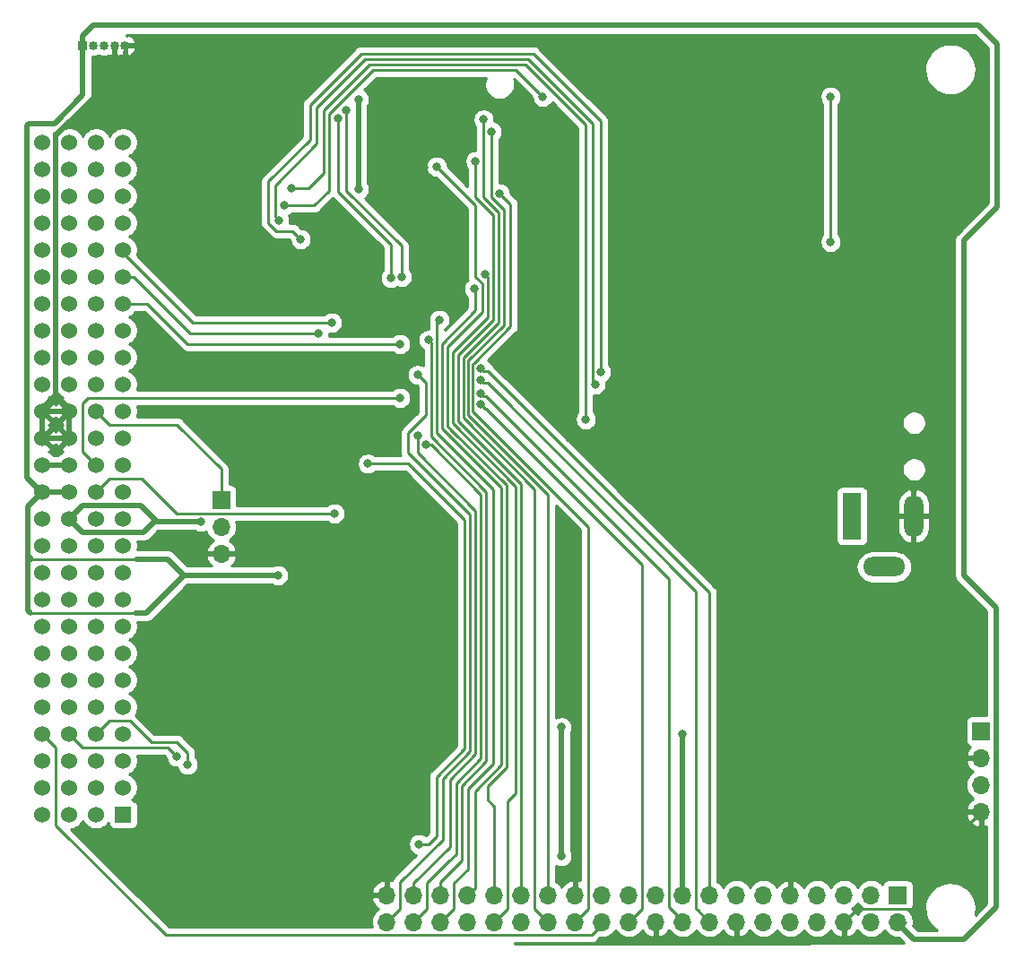
<source format=gbr>
G04 #@! TF.GenerationSoftware,KiCad,Pcbnew,(5.1.2)-2*
G04 #@! TF.CreationDate,2020-04-10T09:33:14+02:00*
G04 #@! TF.ProjectId,AfriCubePiPluginBoard,41667269-4375-4626-9550-69506c756769,rev?*
G04 #@! TF.SameCoordinates,Original*
G04 #@! TF.FileFunction,Copper,L2,Bot*
G04 #@! TF.FilePolarity,Positive*
%FSLAX46Y46*%
G04 Gerber Fmt 4.6, Leading zero omitted, Abs format (unit mm)*
G04 Created by KiCad (PCBNEW (5.1.2)-2) date 2020-04-10 09:33:14*
%MOMM*%
%LPD*%
G04 APERTURE LIST*
%ADD10O,4.000000X1.800000*%
%ADD11O,1.800000X4.000000*%
%ADD12R,1.800000X4.400000*%
%ADD13R,1.700000X1.700000*%
%ADD14O,1.700000X1.700000*%
%ADD15C,1.524000*%
%ADD16R,1.524000X1.524000*%
%ADD17O,0.850000X0.850000*%
%ADD18R,0.850000X0.850000*%
%ADD19C,0.800000*%
%ADD20C,0.250000*%
%ADD21C,0.500000*%
%ADD22C,0.254000*%
G04 APERTURE END LIST*
D10*
X182324000Y-109956000D03*
D11*
X185124000Y-105156000D03*
D12*
X179324000Y-105156000D03*
D13*
X191516000Y-125476000D03*
D14*
X191516000Y-128016000D03*
X191516000Y-130556000D03*
X191516000Y-133096000D03*
D13*
X119761000Y-103632000D03*
D14*
X119761000Y-106172000D03*
X119761000Y-108712000D03*
D15*
X102870000Y-133350000D03*
X105410000Y-133350000D03*
X107950000Y-133350000D03*
D16*
X110490000Y-133350000D03*
X110490000Y-133350000D03*
D15*
X107950000Y-133350000D03*
X105410000Y-133350000D03*
X102870000Y-133350000D03*
X102870000Y-133350000D03*
X105410000Y-133350000D03*
X107950000Y-133350000D03*
D16*
X110490000Y-133350000D03*
X110490000Y-133350000D03*
D15*
X107950000Y-133350000D03*
X105410000Y-133350000D03*
X102870000Y-133350000D03*
X110490000Y-130810000D03*
X107950000Y-130810000D03*
X105410000Y-130810000D03*
X102870000Y-130810000D03*
X110490000Y-128270000D03*
X107950000Y-128270000D03*
X105410000Y-128270000D03*
X102870000Y-128270000D03*
X110490000Y-125730000D03*
X107950000Y-125730000D03*
X105410000Y-125730000D03*
X102870000Y-125730000D03*
X110490000Y-123190000D03*
X107950000Y-123190000D03*
X105410000Y-123190000D03*
X102870000Y-123190000D03*
X110490000Y-120650000D03*
X107950000Y-120650000D03*
X105410000Y-120650000D03*
X102870000Y-120650000D03*
X110490000Y-118110000D03*
X107950000Y-118110000D03*
X105410000Y-118110000D03*
X102870000Y-118110000D03*
X110490000Y-115570000D03*
X107950000Y-115570000D03*
X105410000Y-115570000D03*
X102870000Y-115570000D03*
X110490000Y-113030000D03*
X107950000Y-113030000D03*
X105410000Y-113030000D03*
X102870000Y-113030000D03*
X110490000Y-110490000D03*
X107950000Y-110490000D03*
X105410000Y-110490000D03*
X102870000Y-110490000D03*
X110490000Y-107950000D03*
X107950000Y-107950000D03*
X105410000Y-107950000D03*
X102870000Y-107950000D03*
X110490000Y-105410000D03*
X107950000Y-105410000D03*
X105410000Y-105410000D03*
X102870000Y-105410000D03*
X110490000Y-102870000D03*
X107950000Y-102870000D03*
X105410000Y-102870000D03*
X102870000Y-102870000D03*
X110490000Y-100330000D03*
X107950000Y-100330000D03*
X105410000Y-100330000D03*
X102870000Y-100330000D03*
X110490000Y-97790000D03*
X107950000Y-97790000D03*
X105410000Y-97790000D03*
X102870000Y-97790000D03*
X110490000Y-95250000D03*
X107950000Y-95250000D03*
X105410000Y-95250000D03*
X102870000Y-95250000D03*
X110490000Y-92710000D03*
X107950000Y-92710000D03*
X105410000Y-92710000D03*
X102870000Y-92710000D03*
X110490000Y-90170000D03*
X107950000Y-90170000D03*
X105410000Y-90170000D03*
X102870000Y-90170000D03*
X110490000Y-87630000D03*
X107950000Y-87630000D03*
X105410000Y-87630000D03*
X102870000Y-87630000D03*
X110490000Y-85090000D03*
X107950000Y-85090000D03*
X105410000Y-85090000D03*
X102870000Y-85090000D03*
X110490000Y-82550000D03*
X107950000Y-82550000D03*
X105410000Y-82550000D03*
X102870000Y-82550000D03*
X110490000Y-80010000D03*
X107950000Y-80010000D03*
X105410000Y-80010000D03*
X102870000Y-80010000D03*
X110490000Y-77470000D03*
X107950000Y-77470000D03*
X105410000Y-77470000D03*
X102870000Y-77470000D03*
X110490000Y-74930000D03*
X107950000Y-74930000D03*
X105410000Y-74930000D03*
X102870000Y-74930000D03*
X110490000Y-72390000D03*
X107950000Y-72390000D03*
X105410000Y-72390000D03*
X102870000Y-72390000D03*
X110490000Y-69850000D03*
X107950000Y-69850000D03*
X105410000Y-69850000D03*
X102870000Y-69850000D03*
D13*
X183642000Y-140970000D03*
D14*
X183642000Y-143510000D03*
X181102000Y-140970000D03*
X181102000Y-143510000D03*
X178562000Y-140970000D03*
X178562000Y-143510000D03*
X176022000Y-140970000D03*
X176022000Y-143510000D03*
X173482000Y-140970000D03*
X173482000Y-143510000D03*
X170942000Y-140970000D03*
X170942000Y-143510000D03*
X168402000Y-140970000D03*
X168402000Y-143510000D03*
X165862000Y-140970000D03*
X165862000Y-143510000D03*
X163322000Y-140970000D03*
X163322000Y-143510000D03*
X160782000Y-140970000D03*
X160782000Y-143510000D03*
X158242000Y-140970000D03*
X158242000Y-143510000D03*
X155702000Y-140970000D03*
X155702000Y-143510000D03*
X153162000Y-140970000D03*
X153162000Y-143510000D03*
X150622000Y-140970000D03*
X150622000Y-143510000D03*
X148082000Y-140970000D03*
X148082000Y-143510000D03*
X145542000Y-140970000D03*
X145542000Y-143510000D03*
X143002000Y-140970000D03*
X143002000Y-143510000D03*
X140462000Y-140970000D03*
X140462000Y-143510000D03*
X137922000Y-140970000D03*
X137922000Y-143510000D03*
X135382000Y-140970000D03*
X135382000Y-143510000D03*
D17*
X110680000Y-60706000D03*
X109680000Y-60706000D03*
X108680000Y-60706000D03*
X107680000Y-60706000D03*
D18*
X106680000Y-60706000D03*
D19*
X138430000Y-136144000D03*
X133604000Y-100203000D03*
X135382000Y-122809000D03*
X129540000Y-124206000D03*
X118491000Y-122936000D03*
X139827000Y-122936000D03*
X122555000Y-137287000D03*
X127635000Y-100457000D03*
X121412000Y-100711000D03*
X120269000Y-90932000D03*
X120142000Y-82296000D03*
X151765000Y-82931000D03*
X186436000Y-71374000D03*
X183261000Y-80518000D03*
X173482000Y-127508000D03*
X176911000Y-122682000D03*
X177673000Y-118364000D03*
X140335000Y-128016000D03*
X139700000Y-83185000D03*
X139446000Y-68199000D03*
X139954000Y-65913000D03*
X151892000Y-68072000D03*
X151765000Y-69850000D03*
X156718000Y-72263000D03*
X151892000Y-76327000D03*
X151765000Y-95377000D03*
X152654000Y-97790000D03*
X140208000Y-77216000D03*
X138938000Y-72263000D03*
X138557000Y-75311000D03*
X121539000Y-60579000D03*
X121412000Y-66675000D03*
X156972000Y-91948000D03*
X138176000Y-87884000D03*
X138049000Y-95250000D03*
X139192000Y-105664000D03*
X140208000Y-120650000D03*
X167005000Y-127381000D03*
X122174000Y-98933000D03*
X125095000Y-110744000D03*
X151892000Y-137287000D03*
X151889372Y-125097628D03*
X132715000Y-74295000D03*
X132715000Y-65786000D03*
X163322000Y-125730000D03*
X117856000Y-105664000D03*
X177292000Y-79248000D03*
X177292000Y-65532000D03*
X143764000Y-71628000D03*
X140081000Y-72136000D03*
X128905000Y-87884000D03*
X145288000Y-68834000D03*
X146050000Y-74676000D03*
X125730000Y-75819000D03*
X150114000Y-65532000D03*
X144526000Y-67691000D03*
X130175000Y-86868000D03*
X144653000Y-82296000D03*
X143637000Y-83693000D03*
X116586000Y-128651000D03*
X115570000Y-127889000D03*
X138303000Y-91821000D03*
X136652000Y-88900000D03*
X139065000Y-98425000D03*
X138303000Y-97536000D03*
X140335000Y-86614000D03*
X139319000Y-88519000D03*
X144272000Y-94615000D03*
X144272000Y-93599000D03*
X144272000Y-92329000D03*
X144272000Y-91186000D03*
X136652000Y-93980000D03*
X130429000Y-104902000D03*
X126365000Y-74168000D03*
X154178000Y-96012000D03*
X127254000Y-78994000D03*
X155575000Y-91567000D03*
X125222000Y-77216000D03*
X155067000Y-92710000D03*
X136779000Y-82550000D03*
X131572000Y-66802000D03*
X135763000Y-82677000D03*
X130810000Y-67564000D03*
D20*
X142748000Y-127127000D02*
X140081000Y-129794000D01*
X140081000Y-129794000D02*
X140081000Y-135382000D01*
X140081000Y-135382000D02*
X139319000Y-136144000D01*
X139319000Y-136144000D02*
X138430000Y-136144000D01*
X142748000Y-105537000D02*
X137414000Y-100203000D01*
X133604000Y-100203000D02*
X137414000Y-100203000D01*
X142748000Y-105537000D02*
X142748000Y-127127000D01*
D21*
X102870000Y-97790000D02*
X105410000Y-97790000D01*
X105410000Y-97790000D02*
X105410000Y-95250000D01*
X105410000Y-95250000D02*
X102870000Y-95250000D01*
X102870000Y-95250000D02*
X102870000Y-97790000D01*
D20*
X178562000Y-143510000D02*
X179832000Y-142240000D01*
X179832000Y-142240000D02*
X185293000Y-142240000D01*
X185293000Y-139319000D02*
X191516000Y-133096000D01*
X185293000Y-142240000D02*
X185293000Y-139319000D01*
D21*
X102870000Y-95250000D02*
X102870000Y-94996000D01*
X102870000Y-94996000D02*
X104140000Y-93726000D01*
X104140000Y-93726000D02*
X104140000Y-69215000D01*
X109680000Y-63675000D02*
X109680000Y-60706000D01*
X104140000Y-69215000D02*
X109680000Y-63675000D01*
X105410000Y-94996000D02*
X104140000Y-93726000D01*
X105410000Y-95250000D02*
X105410000Y-94996000D01*
D20*
X105410000Y-102870000D02*
X105410000Y-102997000D01*
D21*
X101473000Y-106045000D02*
X101473000Y-104267000D01*
X101473000Y-104267000D02*
X102870000Y-102870000D01*
D20*
X183642000Y-143510000D02*
X184404000Y-143510000D01*
D21*
X106680000Y-59817000D02*
X106680000Y-60706000D01*
X102870000Y-102870000D02*
X105410000Y-102870000D01*
X101473000Y-106045000D02*
X101473000Y-108839000D01*
X101473000Y-108839000D02*
X101854000Y-109220000D01*
X114681000Y-109220000D02*
X116205000Y-110744000D01*
X101473000Y-108839000D02*
X101473000Y-114046000D01*
X101473000Y-114046000D02*
X101727000Y-114300000D01*
D20*
X101727000Y-114300000D02*
X111633000Y-114300000D01*
D21*
X112649000Y-114300000D02*
X116205000Y-110744000D01*
X111633000Y-114300000D02*
X112649000Y-114300000D01*
X114681000Y-109220000D02*
X111760000Y-109220000D01*
D20*
X101854000Y-109220000D02*
X111760000Y-109220000D01*
D21*
X116205000Y-110744000D02*
X125095000Y-110744000D01*
X183642000Y-143510000D02*
X183642000Y-143637000D01*
X183642000Y-143637000D02*
X185166000Y-145161000D01*
X185166000Y-145161000D02*
X189865000Y-145161000D01*
X189865000Y-145161000D02*
X192913000Y-142113000D01*
X192913000Y-142113000D02*
X192913000Y-113792000D01*
X192913000Y-113792000D02*
X189865000Y-110744000D01*
X189865000Y-110744000D02*
X189865000Y-79121000D01*
X189865000Y-79121000D02*
X193040000Y-75946000D01*
X193040000Y-75946000D02*
X193040000Y-60579000D01*
X193040000Y-60579000D02*
X191262000Y-58801000D01*
X107696000Y-58801000D02*
X106680000Y-59817000D01*
X191262000Y-58801000D02*
X107696000Y-58801000D01*
X106680000Y-65405000D02*
X106680000Y-60706000D01*
X102743000Y-102870000D02*
X101422630Y-101549630D01*
X102870000Y-102870000D02*
X102743000Y-102870000D01*
X101422630Y-101549630D02*
X101422630Y-68249370D01*
X101422630Y-68249370D02*
X101600000Y-68072000D01*
X101600000Y-68072000D02*
X104013000Y-68072000D01*
X104013000Y-68072000D02*
X106680000Y-65405000D01*
X151892000Y-127254000D02*
X151892000Y-137287000D01*
X151889372Y-127251372D02*
X151892000Y-127254000D01*
X151889372Y-125097628D02*
X151889372Y-127251372D01*
X106680000Y-104140000D02*
X105410000Y-105410000D01*
X132715000Y-74295000D02*
X132715000Y-65786000D01*
X112141000Y-104140000D02*
X111633000Y-104140000D01*
X113665000Y-105664000D02*
X112141000Y-104140000D01*
X106680000Y-104140000D02*
X111633000Y-104140000D01*
X113665000Y-105664000D02*
X113411000Y-105664000D01*
X113411000Y-105664000D02*
X112395000Y-106680000D01*
X112395000Y-106680000D02*
X111506000Y-106680000D01*
X106680000Y-106680000D02*
X105410000Y-105410000D01*
X111506000Y-106680000D02*
X106680000Y-106680000D01*
X163322000Y-140970000D02*
X163322000Y-125730000D01*
X117856000Y-105664000D02*
X113665000Y-105664000D01*
X102870000Y-100330000D02*
X105410000Y-100330000D01*
D20*
X177292000Y-79248000D02*
X177292000Y-65532000D01*
X109220000Y-96520000D02*
X107950000Y-95250000D01*
X115570000Y-96520000D02*
X109220000Y-96520000D01*
X119761000Y-103632000D02*
X119761000Y-100711000D01*
X119761000Y-100711000D02*
X115570000Y-96520000D01*
X143764000Y-75057000D02*
X143764000Y-71628000D01*
X148082000Y-102108000D02*
X142135040Y-96161040D01*
X148082000Y-140970000D02*
X148082000Y-102108000D01*
X142135040Y-96161040D02*
X142135040Y-89893960D01*
X142135040Y-89893960D02*
X145414295Y-86614705D01*
X145414295Y-86614705D02*
X145414295Y-76707295D01*
X145414295Y-76707295D02*
X143764000Y-75057000D01*
X143764000Y-75819000D02*
X140081000Y-72136000D01*
X144399000Y-83185000D02*
X143764000Y-82550000D01*
X144399000Y-85852000D02*
X144399000Y-83185000D01*
X141097000Y-89154000D02*
X144399000Y-85852000D01*
X141097000Y-96635980D02*
X141097000Y-89154000D01*
X143764000Y-82550000D02*
X143764000Y-75819000D01*
X141478000Y-97016980D02*
X141097000Y-96635980D01*
X141478000Y-97028000D02*
X141478000Y-97016980D01*
X145542000Y-132588000D02*
X144907000Y-131953000D01*
X145542000Y-140970000D02*
X145542000Y-132588000D01*
X144907000Y-131953000D02*
X144907000Y-130683000D01*
X144907000Y-130683000D02*
X146685000Y-128905000D01*
X146685000Y-128905000D02*
X146685000Y-102235000D01*
X146685000Y-102235000D02*
X141478000Y-97028000D01*
X150622000Y-103124000D02*
X143071010Y-95573010D01*
X150622000Y-140970000D02*
X150622000Y-103124000D01*
X143071010Y-95573010D02*
X143071010Y-90481990D01*
X143071010Y-90481990D02*
X146431000Y-87122000D01*
X146431000Y-87122000D02*
X146431000Y-76200000D01*
X146431000Y-76200000D02*
X145288000Y-75057000D01*
X110490000Y-82550000D02*
X111506000Y-82550000D01*
X111506000Y-82550000D02*
X116840000Y-87884000D01*
X116840000Y-87884000D02*
X128905000Y-87884000D01*
X145288000Y-75057000D02*
X145288000Y-68834000D01*
X147066000Y-75692000D02*
X146050000Y-74676000D01*
X143637000Y-90678000D02*
X147066000Y-87249000D01*
X147066000Y-87249000D02*
X147066000Y-75692000D01*
X154432000Y-142240000D02*
X153162000Y-143510000D01*
X154432000Y-106172000D02*
X154432000Y-142240000D01*
X143521020Y-95261020D02*
X154432000Y-106172000D01*
X143521020Y-90805000D02*
X143521020Y-95261020D01*
X143637000Y-90678000D02*
X143637000Y-90689020D01*
X143637000Y-90689020D02*
X143521020Y-90805000D01*
X147574000Y-62992000D02*
X150114000Y-65532000D01*
X134112000Y-62992000D02*
X147574000Y-62992000D01*
X129921000Y-67183000D02*
X134112000Y-62992000D01*
X129921000Y-74422000D02*
X129921000Y-67183000D01*
X125730000Y-75819000D02*
X128524000Y-75819000D01*
X128524000Y-75819000D02*
X129921000Y-74422000D01*
X145923000Y-76454000D02*
X144526000Y-75057000D01*
X144526000Y-75057000D02*
X144526000Y-67691000D01*
X150622000Y-143510000D02*
X149352000Y-142240000D01*
X149352000Y-102616000D02*
X142621000Y-95885000D01*
X149352000Y-142240000D02*
X149352000Y-102616000D01*
X142621000Y-90170000D02*
X145923000Y-86868000D01*
X145923000Y-86868000D02*
X145923000Y-76454000D01*
X142621000Y-95885000D02*
X142621000Y-90170000D01*
X110490000Y-80010000D02*
X110490000Y-80264000D01*
X110490000Y-80264000D02*
X117094000Y-86868000D01*
X117094000Y-86868000D02*
X130175000Y-86868000D01*
X144907000Y-82550000D02*
X144653000Y-82296000D01*
X144907000Y-86360000D02*
X144907000Y-82550000D01*
X141605000Y-89662000D02*
X144907000Y-86360000D01*
X146812000Y-142240000D02*
X146812000Y-132080000D01*
X145542000Y-143510000D02*
X146812000Y-142240000D01*
X146812000Y-132080000D02*
X147574000Y-131318000D01*
X147574000Y-102362000D02*
X141605000Y-96393000D01*
X147574000Y-131318000D02*
X147574000Y-102362000D01*
X141605000Y-96393000D02*
X141605000Y-89662000D01*
X143764000Y-83820000D02*
X143637000Y-83693000D01*
X143764000Y-85725000D02*
X143764000Y-83820000D01*
X140589000Y-88900000D02*
X143764000Y-85725000D01*
X143700500Y-140271500D02*
X143700500Y-131127500D01*
X143002000Y-140970000D02*
X143700500Y-140271500D01*
X143700500Y-131127500D02*
X146177000Y-128651000D01*
X146177000Y-128651000D02*
X146177000Y-102489000D01*
X146177000Y-102489000D02*
X140589000Y-96901000D01*
X140589000Y-96901000D02*
X140589000Y-88900000D01*
X107950000Y-125730000D02*
X109093000Y-124587000D01*
X109093000Y-124587000D02*
X109220000Y-124460000D01*
X109220000Y-124460000D02*
X111125000Y-124460000D01*
X111125000Y-124460000D02*
X113157000Y-126492000D01*
X116586000Y-128651000D02*
X116586000Y-127508000D01*
X116586000Y-127508000D02*
X115570000Y-126492000D01*
X113157000Y-126492000D02*
X115570000Y-126492000D01*
X106680000Y-127000000D02*
X105410000Y-125730000D01*
X114681000Y-127000000D02*
X114554000Y-127000000D01*
X115570000Y-127889000D02*
X114681000Y-127000000D01*
X114554000Y-127000000D02*
X106680000Y-127000000D01*
X104140000Y-127000000D02*
X102870000Y-125730000D01*
X104140000Y-134366000D02*
X104140000Y-127000000D01*
X114518550Y-144744550D02*
X104140000Y-134366000D01*
X154721450Y-144744550D02*
X114518550Y-144744550D01*
X155702000Y-143510000D02*
X155702000Y-143764000D01*
X155702000Y-143764000D02*
X154721450Y-144744550D01*
X139065000Y-92583000D02*
X138303000Y-91821000D01*
X137414000Y-97282000D02*
X139065000Y-95631000D01*
X137414000Y-99187000D02*
X137414000Y-97282000D01*
X143256000Y-105029000D02*
X137414000Y-99187000D01*
X136652000Y-142240000D02*
X136652000Y-139700000D01*
X135382000Y-143510000D02*
X136652000Y-142240000D01*
X136652000Y-139700000D02*
X140652500Y-135699500D01*
X140652500Y-135699500D02*
X140652500Y-129984500D01*
X139065000Y-95631000D02*
X139065000Y-92583000D01*
X140652500Y-129984500D02*
X143256000Y-127381000D01*
X143256000Y-127381000D02*
X143256000Y-105029000D01*
X137922000Y-143510000D02*
X139065000Y-142367000D01*
X139065000Y-142367000D02*
X139192000Y-142240000D01*
X139192000Y-142240000D02*
X139192000Y-139827000D01*
X140970000Y-138049000D02*
X141160500Y-137858500D01*
X139192000Y-139827000D02*
X140970000Y-138049000D01*
X112776000Y-85090000D02*
X110490000Y-85090000D01*
X116586000Y-88900000D02*
X112776000Y-85090000D01*
X141224000Y-137795000D02*
X140970000Y-138049000D01*
X141922500Y-137096500D02*
X141224000Y-137795000D01*
X144272000Y-103124000D02*
X144272000Y-128016000D01*
X144272000Y-128016000D02*
X141922500Y-130365500D01*
X141922500Y-130365500D02*
X141922500Y-137096500D01*
X136652000Y-88900000D02*
X116586000Y-88900000D01*
X139573000Y-98425000D02*
X139636500Y-98488500D01*
X139065000Y-98425000D02*
X139573000Y-98425000D01*
X139636500Y-98488500D02*
X144272000Y-103124000D01*
X137922000Y-139827000D02*
X137922000Y-140970000D01*
X141351000Y-136398000D02*
X137922000Y-139827000D01*
X138303000Y-97536000D02*
X138303000Y-99187000D01*
X138303000Y-99187000D02*
X143764000Y-104648000D01*
X141351000Y-130048000D02*
X141351000Y-136398000D01*
X143764000Y-104648000D02*
X143764000Y-127635000D01*
X143764000Y-127635000D02*
X141351000Y-130048000D01*
X140081000Y-97282000D02*
X140081000Y-86868000D01*
X140081000Y-86868000D02*
X140335000Y-86614000D01*
X145415000Y-102616000D02*
X140081000Y-97282000D01*
X141732000Y-142240000D02*
X141732000Y-139827000D01*
X141732000Y-139827000D02*
X143065500Y-138493500D01*
X143065500Y-138493500D02*
X143065500Y-130873500D01*
X140462000Y-143510000D02*
X141732000Y-142240000D01*
X143065500Y-130873500D02*
X145415000Y-128524000D01*
X145415000Y-128524000D02*
X145415000Y-102616000D01*
X142433255Y-130622255D02*
X142433255Y-137728745D01*
X144780000Y-128275510D02*
X142433255Y-130622255D01*
X144780000Y-102870000D02*
X144780000Y-128275510D01*
X142433255Y-137728745D02*
X140462000Y-139700000D01*
X139573000Y-89535000D02*
X139573000Y-97663000D01*
X139573000Y-97663000D02*
X144780000Y-102870000D01*
X140462000Y-139700000D02*
X140462000Y-140970000D01*
X139573000Y-89535000D02*
X139573000Y-88773000D01*
X139573000Y-88773000D02*
X139319000Y-88519000D01*
X158242000Y-143510000D02*
X159512000Y-142240000D01*
X159512000Y-142240000D02*
X159512000Y-134239000D01*
X159512000Y-134239000D02*
X159512000Y-109728000D01*
X159512000Y-109728000D02*
X144780000Y-94996000D01*
X144780000Y-94996000D02*
X144653000Y-94996000D01*
X144653000Y-94996000D02*
X144272000Y-94615000D01*
X163322000Y-143510000D02*
X163322000Y-143383000D01*
X163322000Y-143383000D02*
X162052000Y-142113000D01*
X162052000Y-142113000D02*
X162052000Y-111506000D01*
X162052000Y-111506000D02*
X162052000Y-111125000D01*
X162052000Y-111125000D02*
X144780000Y-93853000D01*
X144780000Y-93853000D02*
X144526000Y-93853000D01*
X144526000Y-93853000D02*
X144272000Y-93599000D01*
X165862000Y-143510000D02*
X164719000Y-142367000D01*
X164719000Y-142367000D02*
X164592000Y-142240000D01*
X164592000Y-142240000D02*
X164592000Y-140462000D01*
X164592000Y-140462000D02*
X164592000Y-112268000D01*
X164592000Y-112268000D02*
X144907000Y-92583000D01*
X144907000Y-92583000D02*
X144526000Y-92583000D01*
X144526000Y-92583000D02*
X144272000Y-92329000D01*
X165862000Y-140970000D02*
X165862000Y-112395000D01*
X165862000Y-112395000D02*
X144907000Y-91440000D01*
X107188000Y-93980000D02*
X106680000Y-94488000D01*
X106680000Y-94488000D02*
X106680000Y-99060000D01*
X106680000Y-99060000D02*
X107950000Y-100330000D01*
X144907000Y-91440000D02*
X144526000Y-91440000D01*
X144526000Y-91440000D02*
X144272000Y-91186000D01*
X136271000Y-93980000D02*
X135763000Y-93980000D01*
X135763000Y-93980000D02*
X107188000Y-93980000D01*
X136271000Y-93980000D02*
X136652000Y-93980000D01*
X107950000Y-102870000D02*
X109220000Y-101600000D01*
X109220000Y-101600000D02*
X112141000Y-101600000D01*
X112141000Y-101600000D02*
X112268000Y-101600000D01*
X112268000Y-101600000D02*
X115570000Y-104902000D01*
X115570000Y-104902000D02*
X130429000Y-104902000D01*
X154178000Y-68199000D02*
X154178000Y-96012000D01*
X128016000Y-74168000D02*
X129413000Y-72771000D01*
X126365000Y-74168000D02*
X128016000Y-74168000D01*
X129413000Y-72771000D02*
X129413000Y-66802000D01*
X129413000Y-66802000D02*
X133731000Y-62484000D01*
X133731000Y-62484000D02*
X148463000Y-62484000D01*
X148463000Y-62484000D02*
X154178000Y-68199000D01*
X155575000Y-67818000D02*
X155575000Y-91567000D01*
X132969000Y-61468000D02*
X149225000Y-61468000D01*
X128143000Y-66294000D02*
X132969000Y-61468000D01*
X126492000Y-78232000D02*
X124968000Y-78232000D01*
X127254000Y-78994000D02*
X126492000Y-78232000D01*
X124968000Y-78232000D02*
X124206000Y-77470000D01*
X149225000Y-61468000D02*
X155575000Y-67818000D01*
X124206000Y-77470000D02*
X124206000Y-73533000D01*
X124206000Y-73533000D02*
X128143000Y-69596000D01*
X128143000Y-69596000D02*
X128143000Y-66294000D01*
X154813000Y-92456000D02*
X155067000Y-92710000D01*
X154813000Y-68072000D02*
X154813000Y-92456000D01*
X148717000Y-61976000D02*
X154813000Y-68072000D01*
X124841000Y-76835000D02*
X124841000Y-73914000D01*
X125222000Y-77216000D02*
X124841000Y-76835000D01*
X124841000Y-73914000D02*
X128778000Y-69977000D01*
X128778000Y-66548000D02*
X133350000Y-61976000D01*
X128778000Y-69977000D02*
X128778000Y-66548000D01*
X133350000Y-61976000D02*
X148717000Y-61976000D01*
X136779000Y-82550000D02*
X136779000Y-79629000D01*
X136779000Y-79629000D02*
X131572000Y-74422000D01*
X131572000Y-74422000D02*
X131572000Y-66802000D01*
X135763000Y-82677000D02*
X135763000Y-79629000D01*
X135763000Y-79629000D02*
X135763000Y-79502000D01*
X135763000Y-79502000D02*
X130810000Y-74549000D01*
X130810000Y-74549000D02*
X130810000Y-67564000D01*
D22*
G36*
X160909000Y-143383000D02*
G01*
X160929000Y-143383000D01*
X160929000Y-143637000D01*
X160909000Y-143637000D01*
X160909000Y-144830155D01*
X161138890Y-144951476D01*
X161286099Y-144906825D01*
X161548920Y-144781641D01*
X161782269Y-144607588D01*
X161977178Y-144391355D01*
X162046799Y-144274477D01*
X162081294Y-144339014D01*
X162266866Y-144565134D01*
X162492986Y-144750706D01*
X162750966Y-144888599D01*
X163030889Y-144973513D01*
X163249050Y-144995000D01*
X163394950Y-144995000D01*
X163613111Y-144973513D01*
X163893034Y-144888599D01*
X164151014Y-144750706D01*
X164377134Y-144565134D01*
X164562706Y-144339014D01*
X164592000Y-144284209D01*
X164621294Y-144339014D01*
X164806866Y-144565134D01*
X165032986Y-144750706D01*
X165290966Y-144888599D01*
X165570889Y-144973513D01*
X165789050Y-144995000D01*
X165934950Y-144995000D01*
X166153111Y-144973513D01*
X166433034Y-144888599D01*
X166691014Y-144750706D01*
X166917134Y-144565134D01*
X167102706Y-144339014D01*
X167137201Y-144274477D01*
X167206822Y-144391355D01*
X167401731Y-144607588D01*
X167635080Y-144781641D01*
X167897901Y-144906825D01*
X168045110Y-144951476D01*
X168275000Y-144830155D01*
X168275000Y-143637000D01*
X168255000Y-143637000D01*
X168255000Y-143383000D01*
X168275000Y-143383000D01*
X168275000Y-143363000D01*
X168529000Y-143363000D01*
X168529000Y-143383000D01*
X168549000Y-143383000D01*
X168549000Y-143637000D01*
X168529000Y-143637000D01*
X168529000Y-144830155D01*
X168758890Y-144951476D01*
X168906099Y-144906825D01*
X169168920Y-144781641D01*
X169402269Y-144607588D01*
X169597178Y-144391355D01*
X169666799Y-144274477D01*
X169701294Y-144339014D01*
X169886866Y-144565134D01*
X170112986Y-144750706D01*
X170370966Y-144888599D01*
X170650889Y-144973513D01*
X170869050Y-144995000D01*
X171014950Y-144995000D01*
X171233111Y-144973513D01*
X171513034Y-144888599D01*
X171771014Y-144750706D01*
X171997134Y-144565134D01*
X172182706Y-144339014D01*
X172212000Y-144284209D01*
X172241294Y-144339014D01*
X172426866Y-144565134D01*
X172652986Y-144750706D01*
X172910966Y-144888599D01*
X173190889Y-144973513D01*
X173409050Y-144995000D01*
X173554950Y-144995000D01*
X173773111Y-144973513D01*
X174053034Y-144888599D01*
X174311014Y-144750706D01*
X174537134Y-144565134D01*
X174722706Y-144339014D01*
X174752000Y-144284209D01*
X174781294Y-144339014D01*
X174966866Y-144565134D01*
X175192986Y-144750706D01*
X175450966Y-144888599D01*
X175730889Y-144973513D01*
X175949050Y-144995000D01*
X176094950Y-144995000D01*
X176313111Y-144973513D01*
X176593034Y-144888599D01*
X176851014Y-144750706D01*
X177077134Y-144565134D01*
X177262706Y-144339014D01*
X177297201Y-144274477D01*
X177366822Y-144391355D01*
X177561731Y-144607588D01*
X177795080Y-144781641D01*
X178057901Y-144906825D01*
X178205110Y-144951476D01*
X178435000Y-144830155D01*
X178435000Y-143637000D01*
X178415000Y-143637000D01*
X178415000Y-143383000D01*
X178435000Y-143383000D01*
X178435000Y-143363000D01*
X178689000Y-143363000D01*
X178689000Y-143383000D01*
X178709000Y-143383000D01*
X178709000Y-143637000D01*
X178689000Y-143637000D01*
X178689000Y-144830155D01*
X178918890Y-144951476D01*
X179066099Y-144906825D01*
X179328920Y-144781641D01*
X179562269Y-144607588D01*
X179757178Y-144391355D01*
X179826799Y-144274477D01*
X179861294Y-144339014D01*
X180046866Y-144565134D01*
X180272986Y-144750706D01*
X180530966Y-144888599D01*
X180810889Y-144973513D01*
X181029050Y-144995000D01*
X181174950Y-144995000D01*
X181393111Y-144973513D01*
X181673034Y-144888599D01*
X181931014Y-144750706D01*
X182157134Y-144565134D01*
X182342706Y-144339014D01*
X182372000Y-144284209D01*
X182401294Y-144339014D01*
X182586866Y-144565134D01*
X182812986Y-144750706D01*
X183070966Y-144888599D01*
X183350889Y-144973513D01*
X183569050Y-144995000D01*
X183714950Y-144995000D01*
X183745420Y-144991999D01*
X184188741Y-145435320D01*
X175722193Y-145435320D01*
X175681640Y-145431326D01*
X175641087Y-145435320D01*
X175519814Y-145447264D01*
X175364206Y-145494467D01*
X175275279Y-145542000D01*
X147507960Y-145542000D01*
X147507960Y-145504550D01*
X154684128Y-145504550D01*
X154721450Y-145508226D01*
X154758772Y-145504550D01*
X154758783Y-145504550D01*
X154870436Y-145493553D01*
X155013697Y-145450096D01*
X155145726Y-145379524D01*
X155261451Y-145284551D01*
X155285254Y-145255548D01*
X155553265Y-144987536D01*
X155629050Y-144995000D01*
X155774950Y-144995000D01*
X155993111Y-144973513D01*
X156273034Y-144888599D01*
X156531014Y-144750706D01*
X156757134Y-144565134D01*
X156942706Y-144339014D01*
X156972000Y-144284209D01*
X157001294Y-144339014D01*
X157186866Y-144565134D01*
X157412986Y-144750706D01*
X157670966Y-144888599D01*
X157950889Y-144973513D01*
X158169050Y-144995000D01*
X158314950Y-144995000D01*
X158533111Y-144973513D01*
X158813034Y-144888599D01*
X159071014Y-144750706D01*
X159297134Y-144565134D01*
X159482706Y-144339014D01*
X159517201Y-144274477D01*
X159586822Y-144391355D01*
X159781731Y-144607588D01*
X160015080Y-144781641D01*
X160277901Y-144906825D01*
X160425110Y-144951476D01*
X160655000Y-144830155D01*
X160655000Y-143637000D01*
X160635000Y-143637000D01*
X160635000Y-143383000D01*
X160655000Y-143383000D01*
X160655000Y-143363000D01*
X160909000Y-143363000D01*
X160909000Y-143383000D01*
X160909000Y-143383000D01*
G37*
X160909000Y-143383000D02*
X160929000Y-143383000D01*
X160929000Y-143637000D01*
X160909000Y-143637000D01*
X160909000Y-144830155D01*
X161138890Y-144951476D01*
X161286099Y-144906825D01*
X161548920Y-144781641D01*
X161782269Y-144607588D01*
X161977178Y-144391355D01*
X162046799Y-144274477D01*
X162081294Y-144339014D01*
X162266866Y-144565134D01*
X162492986Y-144750706D01*
X162750966Y-144888599D01*
X163030889Y-144973513D01*
X163249050Y-144995000D01*
X163394950Y-144995000D01*
X163613111Y-144973513D01*
X163893034Y-144888599D01*
X164151014Y-144750706D01*
X164377134Y-144565134D01*
X164562706Y-144339014D01*
X164592000Y-144284209D01*
X164621294Y-144339014D01*
X164806866Y-144565134D01*
X165032986Y-144750706D01*
X165290966Y-144888599D01*
X165570889Y-144973513D01*
X165789050Y-144995000D01*
X165934950Y-144995000D01*
X166153111Y-144973513D01*
X166433034Y-144888599D01*
X166691014Y-144750706D01*
X166917134Y-144565134D01*
X167102706Y-144339014D01*
X167137201Y-144274477D01*
X167206822Y-144391355D01*
X167401731Y-144607588D01*
X167635080Y-144781641D01*
X167897901Y-144906825D01*
X168045110Y-144951476D01*
X168275000Y-144830155D01*
X168275000Y-143637000D01*
X168255000Y-143637000D01*
X168255000Y-143383000D01*
X168275000Y-143383000D01*
X168275000Y-143363000D01*
X168529000Y-143363000D01*
X168529000Y-143383000D01*
X168549000Y-143383000D01*
X168549000Y-143637000D01*
X168529000Y-143637000D01*
X168529000Y-144830155D01*
X168758890Y-144951476D01*
X168906099Y-144906825D01*
X169168920Y-144781641D01*
X169402269Y-144607588D01*
X169597178Y-144391355D01*
X169666799Y-144274477D01*
X169701294Y-144339014D01*
X169886866Y-144565134D01*
X170112986Y-144750706D01*
X170370966Y-144888599D01*
X170650889Y-144973513D01*
X170869050Y-144995000D01*
X171014950Y-144995000D01*
X171233111Y-144973513D01*
X171513034Y-144888599D01*
X171771014Y-144750706D01*
X171997134Y-144565134D01*
X172182706Y-144339014D01*
X172212000Y-144284209D01*
X172241294Y-144339014D01*
X172426866Y-144565134D01*
X172652986Y-144750706D01*
X172910966Y-144888599D01*
X173190889Y-144973513D01*
X173409050Y-144995000D01*
X173554950Y-144995000D01*
X173773111Y-144973513D01*
X174053034Y-144888599D01*
X174311014Y-144750706D01*
X174537134Y-144565134D01*
X174722706Y-144339014D01*
X174752000Y-144284209D01*
X174781294Y-144339014D01*
X174966866Y-144565134D01*
X175192986Y-144750706D01*
X175450966Y-144888599D01*
X175730889Y-144973513D01*
X175949050Y-144995000D01*
X176094950Y-144995000D01*
X176313111Y-144973513D01*
X176593034Y-144888599D01*
X176851014Y-144750706D01*
X177077134Y-144565134D01*
X177262706Y-144339014D01*
X177297201Y-144274477D01*
X177366822Y-144391355D01*
X177561731Y-144607588D01*
X177795080Y-144781641D01*
X178057901Y-144906825D01*
X178205110Y-144951476D01*
X178435000Y-144830155D01*
X178435000Y-143637000D01*
X178415000Y-143637000D01*
X178415000Y-143383000D01*
X178435000Y-143383000D01*
X178435000Y-143363000D01*
X178689000Y-143363000D01*
X178689000Y-143383000D01*
X178709000Y-143383000D01*
X178709000Y-143637000D01*
X178689000Y-143637000D01*
X178689000Y-144830155D01*
X178918890Y-144951476D01*
X179066099Y-144906825D01*
X179328920Y-144781641D01*
X179562269Y-144607588D01*
X179757178Y-144391355D01*
X179826799Y-144274477D01*
X179861294Y-144339014D01*
X180046866Y-144565134D01*
X180272986Y-144750706D01*
X180530966Y-144888599D01*
X180810889Y-144973513D01*
X181029050Y-144995000D01*
X181174950Y-144995000D01*
X181393111Y-144973513D01*
X181673034Y-144888599D01*
X181931014Y-144750706D01*
X182157134Y-144565134D01*
X182342706Y-144339014D01*
X182372000Y-144284209D01*
X182401294Y-144339014D01*
X182586866Y-144565134D01*
X182812986Y-144750706D01*
X183070966Y-144888599D01*
X183350889Y-144973513D01*
X183569050Y-144995000D01*
X183714950Y-144995000D01*
X183745420Y-144991999D01*
X184188741Y-145435320D01*
X175722193Y-145435320D01*
X175681640Y-145431326D01*
X175641087Y-145435320D01*
X175519814Y-145447264D01*
X175364206Y-145494467D01*
X175275279Y-145542000D01*
X147507960Y-145542000D01*
X147507960Y-145504550D01*
X154684128Y-145504550D01*
X154721450Y-145508226D01*
X154758772Y-145504550D01*
X154758783Y-145504550D01*
X154870436Y-145493553D01*
X155013697Y-145450096D01*
X155145726Y-145379524D01*
X155261451Y-145284551D01*
X155285254Y-145255548D01*
X155553265Y-144987536D01*
X155629050Y-144995000D01*
X155774950Y-144995000D01*
X155993111Y-144973513D01*
X156273034Y-144888599D01*
X156531014Y-144750706D01*
X156757134Y-144565134D01*
X156942706Y-144339014D01*
X156972000Y-144284209D01*
X157001294Y-144339014D01*
X157186866Y-144565134D01*
X157412986Y-144750706D01*
X157670966Y-144888599D01*
X157950889Y-144973513D01*
X158169050Y-144995000D01*
X158314950Y-144995000D01*
X158533111Y-144973513D01*
X158813034Y-144888599D01*
X159071014Y-144750706D01*
X159297134Y-144565134D01*
X159482706Y-144339014D01*
X159517201Y-144274477D01*
X159586822Y-144391355D01*
X159781731Y-144607588D01*
X160015080Y-144781641D01*
X160277901Y-144906825D01*
X160425110Y-144951476D01*
X160655000Y-144830155D01*
X160655000Y-143637000D01*
X160635000Y-143637000D01*
X160635000Y-143383000D01*
X160655000Y-143383000D01*
X160655000Y-143363000D01*
X160909000Y-143363000D01*
X160909000Y-143383000D01*
G36*
X192155001Y-60945580D02*
G01*
X192155000Y-75579421D01*
X189269951Y-78464471D01*
X189236184Y-78492183D01*
X189208471Y-78525951D01*
X189208468Y-78525954D01*
X189125590Y-78626941D01*
X189043412Y-78780687D01*
X188992805Y-78947510D01*
X188975719Y-79121000D01*
X188980001Y-79164479D01*
X188980000Y-110700531D01*
X188975719Y-110744000D01*
X188980000Y-110787469D01*
X188980000Y-110787476D01*
X188988229Y-110871026D01*
X188992805Y-110917490D01*
X189003001Y-110951099D01*
X189043411Y-111084312D01*
X189125589Y-111238058D01*
X189236183Y-111372817D01*
X189269954Y-111400532D01*
X192028001Y-114158580D01*
X192028001Y-123987928D01*
X190666000Y-123987928D01*
X190541518Y-124000188D01*
X190421820Y-124036498D01*
X190311506Y-124095463D01*
X190214815Y-124174815D01*
X190135463Y-124271506D01*
X190076498Y-124381820D01*
X190040188Y-124501518D01*
X190027928Y-124626000D01*
X190027928Y-126326000D01*
X190040188Y-126450482D01*
X190076498Y-126570180D01*
X190135463Y-126680494D01*
X190214815Y-126777185D01*
X190311506Y-126856537D01*
X190421820Y-126915502D01*
X190502466Y-126939966D01*
X190418412Y-127015731D01*
X190244359Y-127249080D01*
X190119175Y-127511901D01*
X190074524Y-127659110D01*
X190195845Y-127889000D01*
X191389000Y-127889000D01*
X191389000Y-127869000D01*
X191643000Y-127869000D01*
X191643000Y-127889000D01*
X191663000Y-127889000D01*
X191663000Y-128143000D01*
X191643000Y-128143000D01*
X191643000Y-128163000D01*
X191389000Y-128163000D01*
X191389000Y-128143000D01*
X190195845Y-128143000D01*
X190074524Y-128372890D01*
X190119175Y-128520099D01*
X190244359Y-128782920D01*
X190418412Y-129016269D01*
X190634645Y-129211178D01*
X190751523Y-129280799D01*
X190686986Y-129315294D01*
X190460866Y-129500866D01*
X190275294Y-129726986D01*
X190137401Y-129984966D01*
X190052487Y-130264889D01*
X190023815Y-130556000D01*
X190052487Y-130847111D01*
X190137401Y-131127034D01*
X190275294Y-131385014D01*
X190460866Y-131611134D01*
X190686986Y-131796706D01*
X190751523Y-131831201D01*
X190634645Y-131900822D01*
X190418412Y-132095731D01*
X190244359Y-132329080D01*
X190119175Y-132591901D01*
X190074524Y-132739110D01*
X190195845Y-132969000D01*
X191389000Y-132969000D01*
X191389000Y-132949000D01*
X191643000Y-132949000D01*
X191643000Y-132969000D01*
X191663000Y-132969000D01*
X191663000Y-133223000D01*
X191643000Y-133223000D01*
X191643000Y-134416814D01*
X191872891Y-134537481D01*
X192028000Y-134482459D01*
X192028000Y-141746421D01*
X190945711Y-142828711D01*
X190999202Y-142651539D01*
X191045780Y-142176500D01*
X191044826Y-142108212D01*
X190985003Y-141634659D01*
X190834338Y-141181744D01*
X190598571Y-140766719D01*
X190286683Y-140405393D01*
X189910552Y-140111527D01*
X189484505Y-139896316D01*
X189024771Y-139767956D01*
X188548861Y-139731336D01*
X188074902Y-139787853D01*
X187620946Y-139935352D01*
X187204286Y-140168215D01*
X186840791Y-140477574D01*
X186544306Y-140851644D01*
X186326126Y-141276178D01*
X186194559Y-141735004D01*
X186154618Y-142210647D01*
X186207824Y-142684990D01*
X186352151Y-143139964D01*
X186582100Y-143558240D01*
X186888913Y-143923886D01*
X187260905Y-144222974D01*
X187362334Y-144276000D01*
X185532579Y-144276000D01*
X185094382Y-143837804D01*
X185099424Y-143821184D01*
X185109546Y-143802247D01*
X185153003Y-143658986D01*
X185167677Y-143510000D01*
X185153003Y-143361014D01*
X185109546Y-143217753D01*
X185099424Y-143198816D01*
X185020599Y-142938966D01*
X184882706Y-142680986D01*
X184697134Y-142454866D01*
X184667313Y-142430393D01*
X184736180Y-142409502D01*
X184846494Y-142350537D01*
X184943185Y-142271185D01*
X185022537Y-142174494D01*
X185081502Y-142064180D01*
X185117812Y-141944482D01*
X185130072Y-141820000D01*
X185130072Y-140120000D01*
X185117812Y-139995518D01*
X185081502Y-139875820D01*
X185022537Y-139765506D01*
X184943185Y-139668815D01*
X184846494Y-139589463D01*
X184736180Y-139530498D01*
X184616482Y-139494188D01*
X184492000Y-139481928D01*
X182792000Y-139481928D01*
X182667518Y-139494188D01*
X182547820Y-139530498D01*
X182437506Y-139589463D01*
X182340815Y-139668815D01*
X182261463Y-139765506D01*
X182202498Y-139875820D01*
X182181607Y-139944687D01*
X182157134Y-139914866D01*
X181931014Y-139729294D01*
X181673034Y-139591401D01*
X181393111Y-139506487D01*
X181174950Y-139485000D01*
X181029050Y-139485000D01*
X180810889Y-139506487D01*
X180530966Y-139591401D01*
X180272986Y-139729294D01*
X180046866Y-139914866D01*
X179861294Y-140140986D01*
X179832000Y-140195791D01*
X179802706Y-140140986D01*
X179617134Y-139914866D01*
X179391014Y-139729294D01*
X179133034Y-139591401D01*
X178853111Y-139506487D01*
X178634950Y-139485000D01*
X178489050Y-139485000D01*
X178270889Y-139506487D01*
X177990966Y-139591401D01*
X177732986Y-139729294D01*
X177506866Y-139914866D01*
X177321294Y-140140986D01*
X177292000Y-140195791D01*
X177262706Y-140140986D01*
X177077134Y-139914866D01*
X176851014Y-139729294D01*
X176593034Y-139591401D01*
X176313111Y-139506487D01*
X176094950Y-139485000D01*
X175949050Y-139485000D01*
X175730889Y-139506487D01*
X175450966Y-139591401D01*
X175192986Y-139729294D01*
X174966866Y-139914866D01*
X174781294Y-140140986D01*
X174746799Y-140205523D01*
X174677178Y-140088645D01*
X174482269Y-139872412D01*
X174248920Y-139698359D01*
X173986099Y-139573175D01*
X173838890Y-139528524D01*
X173609000Y-139649845D01*
X173609000Y-140843000D01*
X173629000Y-140843000D01*
X173629000Y-141097000D01*
X173609000Y-141097000D01*
X173609000Y-141117000D01*
X173355000Y-141117000D01*
X173355000Y-141097000D01*
X173335000Y-141097000D01*
X173335000Y-140843000D01*
X173355000Y-140843000D01*
X173355000Y-139649845D01*
X173125110Y-139528524D01*
X172977901Y-139573175D01*
X172715080Y-139698359D01*
X172481731Y-139872412D01*
X172286822Y-140088645D01*
X172217201Y-140205523D01*
X172182706Y-140140986D01*
X171997134Y-139914866D01*
X171771014Y-139729294D01*
X171513034Y-139591401D01*
X171233111Y-139506487D01*
X171014950Y-139485000D01*
X170869050Y-139485000D01*
X170650889Y-139506487D01*
X170370966Y-139591401D01*
X170112986Y-139729294D01*
X169886866Y-139914866D01*
X169701294Y-140140986D01*
X169672000Y-140195791D01*
X169642706Y-140140986D01*
X169457134Y-139914866D01*
X169231014Y-139729294D01*
X168973034Y-139591401D01*
X168693111Y-139506487D01*
X168474950Y-139485000D01*
X168329050Y-139485000D01*
X168110889Y-139506487D01*
X167830966Y-139591401D01*
X167572986Y-139729294D01*
X167346866Y-139914866D01*
X167161294Y-140140986D01*
X167132000Y-140195791D01*
X167102706Y-140140986D01*
X166917134Y-139914866D01*
X166691014Y-139729294D01*
X166622000Y-139692405D01*
X166622000Y-133452890D01*
X190074524Y-133452890D01*
X190119175Y-133600099D01*
X190244359Y-133862920D01*
X190418412Y-134096269D01*
X190634645Y-134291178D01*
X190884748Y-134440157D01*
X191159109Y-134537481D01*
X191389000Y-134416814D01*
X191389000Y-133223000D01*
X190195845Y-133223000D01*
X190074524Y-133452890D01*
X166622000Y-133452890D01*
X166622000Y-112432322D01*
X166625676Y-112394999D01*
X166622000Y-112357676D01*
X166622000Y-112357667D01*
X166611003Y-112246014D01*
X166567546Y-112102753D01*
X166496974Y-111970724D01*
X166402001Y-111854999D01*
X166373003Y-111831201D01*
X164497802Y-109956000D01*
X179681573Y-109956000D01*
X179711210Y-110256913D01*
X179798983Y-110546261D01*
X179941519Y-110812927D01*
X180133339Y-111046661D01*
X180367073Y-111238481D01*
X180633739Y-111381017D01*
X180923087Y-111468790D01*
X181148592Y-111491000D01*
X183499408Y-111491000D01*
X183724913Y-111468790D01*
X184014261Y-111381017D01*
X184280927Y-111238481D01*
X184514661Y-111046661D01*
X184706481Y-110812927D01*
X184849017Y-110546261D01*
X184936790Y-110256913D01*
X184966427Y-109956000D01*
X184936790Y-109655087D01*
X184849017Y-109365739D01*
X184706481Y-109099073D01*
X184514661Y-108865339D01*
X184280927Y-108673519D01*
X184014261Y-108530983D01*
X183724913Y-108443210D01*
X183499408Y-108421000D01*
X181148592Y-108421000D01*
X180923087Y-108443210D01*
X180633739Y-108530983D01*
X180367073Y-108673519D01*
X180133339Y-108865339D01*
X179941519Y-109099073D01*
X179798983Y-109365739D01*
X179711210Y-109655087D01*
X179681573Y-109956000D01*
X164497802Y-109956000D01*
X157497802Y-102956000D01*
X177785928Y-102956000D01*
X177785928Y-107356000D01*
X177798188Y-107480482D01*
X177834498Y-107600180D01*
X177893463Y-107710494D01*
X177972815Y-107807185D01*
X178069506Y-107886537D01*
X178179820Y-107945502D01*
X178299518Y-107981812D01*
X178424000Y-107994072D01*
X180224000Y-107994072D01*
X180348482Y-107981812D01*
X180468180Y-107945502D01*
X180578494Y-107886537D01*
X180675185Y-107807185D01*
X180754537Y-107710494D01*
X180813502Y-107600180D01*
X180849812Y-107480482D01*
X180862072Y-107356000D01*
X180862072Y-105283000D01*
X183589000Y-105283000D01*
X183589000Y-106383000D01*
X183643271Y-106680023D01*
X183754446Y-106960751D01*
X183918252Y-107214396D01*
X184128394Y-107431210D01*
X184376796Y-107602862D01*
X184653913Y-107722755D01*
X184759260Y-107747036D01*
X184997000Y-107626378D01*
X184997000Y-105283000D01*
X185251000Y-105283000D01*
X185251000Y-107626378D01*
X185488740Y-107747036D01*
X185594087Y-107722755D01*
X185871204Y-107602862D01*
X186119606Y-107431210D01*
X186329748Y-107214396D01*
X186493554Y-106960751D01*
X186604729Y-106680023D01*
X186659000Y-106383000D01*
X186659000Y-105283000D01*
X185251000Y-105283000D01*
X184997000Y-105283000D01*
X183589000Y-105283000D01*
X180862072Y-105283000D01*
X180862072Y-103929000D01*
X183589000Y-103929000D01*
X183589000Y-105029000D01*
X184997000Y-105029000D01*
X184997000Y-102685622D01*
X185251000Y-102685622D01*
X185251000Y-105029000D01*
X186659000Y-105029000D01*
X186659000Y-103929000D01*
X186604729Y-103631977D01*
X186493554Y-103351249D01*
X186329748Y-103097604D01*
X186119606Y-102880790D01*
X185871204Y-102709138D01*
X185594087Y-102589245D01*
X185488740Y-102564964D01*
X185251000Y-102685622D01*
X184997000Y-102685622D01*
X184759260Y-102564964D01*
X184653913Y-102589245D01*
X184376796Y-102709138D01*
X184128394Y-102880790D01*
X183918252Y-103097604D01*
X183754446Y-103351249D01*
X183643271Y-103631977D01*
X183589000Y-103929000D01*
X180862072Y-103929000D01*
X180862072Y-102956000D01*
X180849812Y-102831518D01*
X180813502Y-102711820D01*
X180754537Y-102601506D01*
X180675185Y-102504815D01*
X180578494Y-102425463D01*
X180468180Y-102366498D01*
X180348482Y-102330188D01*
X180224000Y-102317928D01*
X178424000Y-102317928D01*
X178299518Y-102330188D01*
X178179820Y-102366498D01*
X178069506Y-102425463D01*
X177972815Y-102504815D01*
X177893463Y-102601506D01*
X177834498Y-102711820D01*
X177798188Y-102831518D01*
X177785928Y-102956000D01*
X157497802Y-102956000D01*
X155182014Y-100640212D01*
X184031000Y-100640212D01*
X184031000Y-100863788D01*
X184074617Y-101083067D01*
X184160176Y-101289624D01*
X184284388Y-101475520D01*
X184442480Y-101633612D01*
X184628376Y-101757824D01*
X184834933Y-101843383D01*
X185054212Y-101887000D01*
X185277788Y-101887000D01*
X185497067Y-101843383D01*
X185703624Y-101757824D01*
X185889520Y-101633612D01*
X186047612Y-101475520D01*
X186171824Y-101289624D01*
X186257383Y-101083067D01*
X186301000Y-100863788D01*
X186301000Y-100640212D01*
X186257383Y-100420933D01*
X186171824Y-100214376D01*
X186047612Y-100028480D01*
X185889520Y-99870388D01*
X185703624Y-99746176D01*
X185497067Y-99660617D01*
X185277788Y-99617000D01*
X185054212Y-99617000D01*
X184834933Y-99660617D01*
X184628376Y-99746176D01*
X184442480Y-99870388D01*
X184284388Y-100028480D01*
X184160176Y-100214376D01*
X184074617Y-100420933D01*
X184031000Y-100640212D01*
X155182014Y-100640212D01*
X145470804Y-90929003D01*
X145447001Y-90899999D01*
X145331276Y-90805026D01*
X145206943Y-90738568D01*
X145189205Y-90695744D01*
X145075937Y-90526226D01*
X144969756Y-90420045D01*
X147577004Y-87812798D01*
X147606001Y-87789001D01*
X147700974Y-87673276D01*
X147771546Y-87541247D01*
X147815003Y-87397986D01*
X147826000Y-87286333D01*
X147826000Y-87286324D01*
X147829676Y-87249001D01*
X147826000Y-87211678D01*
X147826000Y-75729322D01*
X147829676Y-75692000D01*
X147826000Y-75654677D01*
X147826000Y-75654667D01*
X147815003Y-75543014D01*
X147771546Y-75399753D01*
X147734262Y-75330000D01*
X147700974Y-75267723D01*
X147629799Y-75180997D01*
X147606001Y-75151999D01*
X147577003Y-75128201D01*
X147085000Y-74636199D01*
X147085000Y-74574061D01*
X147045226Y-74374102D01*
X146967205Y-74185744D01*
X146853937Y-74016226D01*
X146709774Y-73872063D01*
X146540256Y-73758795D01*
X146351898Y-73680774D01*
X146151939Y-73641000D01*
X146048000Y-73641000D01*
X146048000Y-69537711D01*
X146091937Y-69493774D01*
X146205205Y-69324256D01*
X146283226Y-69135898D01*
X146323000Y-68935939D01*
X146323000Y-68732061D01*
X146283226Y-68532102D01*
X146205205Y-68343744D01*
X146091937Y-68174226D01*
X145947774Y-68030063D01*
X145778256Y-67916795D01*
X145589898Y-67838774D01*
X145553330Y-67831500D01*
X145561000Y-67792939D01*
X145561000Y-67589061D01*
X145521226Y-67389102D01*
X145443205Y-67200744D01*
X145329937Y-67031226D01*
X145185774Y-66887063D01*
X145016256Y-66773795D01*
X144827898Y-66695774D01*
X144627939Y-66656000D01*
X144424061Y-66656000D01*
X144224102Y-66695774D01*
X144035744Y-66773795D01*
X143866226Y-66887063D01*
X143722063Y-67031226D01*
X143608795Y-67200744D01*
X143530774Y-67389102D01*
X143491000Y-67589061D01*
X143491000Y-67792939D01*
X143530774Y-67992898D01*
X143608795Y-68181256D01*
X143722063Y-68350774D01*
X143766001Y-68394712D01*
X143766001Y-70593000D01*
X143662061Y-70593000D01*
X143462102Y-70632774D01*
X143273744Y-70710795D01*
X143104226Y-70824063D01*
X142960063Y-70968226D01*
X142846795Y-71137744D01*
X142768774Y-71326102D01*
X142729000Y-71526061D01*
X142729000Y-71729939D01*
X142768774Y-71929898D01*
X142846795Y-72118256D01*
X142960063Y-72287774D01*
X143004001Y-72331712D01*
X143004000Y-73984199D01*
X141116000Y-72096199D01*
X141116000Y-72034061D01*
X141076226Y-71834102D01*
X140998205Y-71645744D01*
X140884937Y-71476226D01*
X140740774Y-71332063D01*
X140571256Y-71218795D01*
X140382898Y-71140774D01*
X140182939Y-71101000D01*
X139979061Y-71101000D01*
X139779102Y-71140774D01*
X139590744Y-71218795D01*
X139421226Y-71332063D01*
X139277063Y-71476226D01*
X139163795Y-71645744D01*
X139085774Y-71834102D01*
X139046000Y-72034061D01*
X139046000Y-72237939D01*
X139085774Y-72437898D01*
X139163795Y-72626256D01*
X139277063Y-72795774D01*
X139421226Y-72939937D01*
X139590744Y-73053205D01*
X139779102Y-73131226D01*
X139979061Y-73171000D01*
X140041199Y-73171000D01*
X143004001Y-76133803D01*
X143004000Y-82512677D01*
X143000324Y-82550000D01*
X143004000Y-82587322D01*
X143004000Y-82587332D01*
X143014997Y-82698985D01*
X143041470Y-82786256D01*
X143056573Y-82836045D01*
X142977226Y-82889063D01*
X142833063Y-83033226D01*
X142719795Y-83202744D01*
X142641774Y-83391102D01*
X142602000Y-83591061D01*
X142602000Y-83794939D01*
X142641774Y-83994898D01*
X142719795Y-84183256D01*
X142833063Y-84352774D01*
X142977226Y-84496937D01*
X143004001Y-84514827D01*
X143004000Y-85410198D01*
X140841000Y-87573199D01*
X140841000Y-87520685D01*
X140994774Y-87417937D01*
X141138937Y-87273774D01*
X141252205Y-87104256D01*
X141330226Y-86915898D01*
X141370000Y-86715939D01*
X141370000Y-86512061D01*
X141330226Y-86312102D01*
X141252205Y-86123744D01*
X141138937Y-85954226D01*
X140994774Y-85810063D01*
X140825256Y-85696795D01*
X140636898Y-85618774D01*
X140436939Y-85579000D01*
X140233061Y-85579000D01*
X140033102Y-85618774D01*
X139844744Y-85696795D01*
X139675226Y-85810063D01*
X139531063Y-85954226D01*
X139417795Y-86123744D01*
X139339774Y-86312102D01*
X139300000Y-86512061D01*
X139300000Y-86715939D01*
X139321604Y-86824549D01*
X139317324Y-86868000D01*
X139321001Y-86905332D01*
X139321001Y-87484000D01*
X139217061Y-87484000D01*
X139017102Y-87523774D01*
X138828744Y-87601795D01*
X138659226Y-87715063D01*
X138515063Y-87859226D01*
X138401795Y-88028744D01*
X138323774Y-88217102D01*
X138284000Y-88417061D01*
X138284000Y-88620939D01*
X138323774Y-88820898D01*
X138401795Y-89009256D01*
X138515063Y-89178774D01*
X138659226Y-89322937D01*
X138813000Y-89425685D01*
X138813000Y-90916988D01*
X138793256Y-90903795D01*
X138604898Y-90825774D01*
X138404939Y-90786000D01*
X138201061Y-90786000D01*
X138001102Y-90825774D01*
X137812744Y-90903795D01*
X137643226Y-91017063D01*
X137499063Y-91161226D01*
X137385795Y-91330744D01*
X137307774Y-91519102D01*
X137268000Y-91719061D01*
X137268000Y-91922939D01*
X137307774Y-92122898D01*
X137385795Y-92311256D01*
X137499063Y-92480774D01*
X137643226Y-92624937D01*
X137812744Y-92738205D01*
X138001102Y-92816226D01*
X138201061Y-92856000D01*
X138263198Y-92856000D01*
X138305001Y-92897803D01*
X138305000Y-95316198D01*
X136902998Y-96718201D01*
X136874000Y-96741999D01*
X136850202Y-96770997D01*
X136850201Y-96770998D01*
X136779026Y-96857724D01*
X136708454Y-96989754D01*
X136685529Y-97065332D01*
X136664998Y-97133014D01*
X136655884Y-97225546D01*
X136650324Y-97282000D01*
X136654001Y-97319332D01*
X136654000Y-99149677D01*
X136650324Y-99187000D01*
X136654000Y-99224322D01*
X136654000Y-99224332D01*
X136664997Y-99335985D01*
X136690551Y-99420226D01*
X136697459Y-99443000D01*
X134307711Y-99443000D01*
X134263774Y-99399063D01*
X134094256Y-99285795D01*
X133905898Y-99207774D01*
X133705939Y-99168000D01*
X133502061Y-99168000D01*
X133302102Y-99207774D01*
X133113744Y-99285795D01*
X132944226Y-99399063D01*
X132800063Y-99543226D01*
X132686795Y-99712744D01*
X132608774Y-99901102D01*
X132569000Y-100101061D01*
X132569000Y-100304939D01*
X132608774Y-100504898D01*
X132686795Y-100693256D01*
X132800063Y-100862774D01*
X132944226Y-101006937D01*
X133113744Y-101120205D01*
X133302102Y-101198226D01*
X133502061Y-101238000D01*
X133705939Y-101238000D01*
X133905898Y-101198226D01*
X134094256Y-101120205D01*
X134263774Y-101006937D01*
X134307711Y-100963000D01*
X137099199Y-100963000D01*
X141988000Y-105851802D01*
X141988001Y-126812197D01*
X139570003Y-129230196D01*
X139540999Y-129253999D01*
X139490696Y-129315294D01*
X139446026Y-129369724D01*
X139390557Y-129473498D01*
X139375454Y-129501754D01*
X139331997Y-129645015D01*
X139321000Y-129756668D01*
X139321000Y-129756678D01*
X139317324Y-129794000D01*
X139321000Y-129831323D01*
X139321001Y-135067197D01*
X139064814Y-135323385D01*
X138920256Y-135226795D01*
X138731898Y-135148774D01*
X138531939Y-135109000D01*
X138328061Y-135109000D01*
X138128102Y-135148774D01*
X137939744Y-135226795D01*
X137770226Y-135340063D01*
X137626063Y-135484226D01*
X137512795Y-135653744D01*
X137434774Y-135842102D01*
X137395000Y-136042061D01*
X137395000Y-136245939D01*
X137434774Y-136445898D01*
X137512795Y-136634256D01*
X137626063Y-136803774D01*
X137770226Y-136947937D01*
X137939744Y-137061205D01*
X138128102Y-137139226D01*
X138136335Y-137140864D01*
X136140998Y-139136201D01*
X136112000Y-139159999D01*
X136088202Y-139188997D01*
X136088201Y-139188998D01*
X136017026Y-139275724D01*
X135946454Y-139407754D01*
X135923023Y-139485000D01*
X135907931Y-139534754D01*
X135902998Y-139551015D01*
X135900156Y-139579870D01*
X135886099Y-139573175D01*
X135738890Y-139528524D01*
X135509000Y-139649845D01*
X135509000Y-140843000D01*
X135529000Y-140843000D01*
X135529000Y-141097000D01*
X135509000Y-141097000D01*
X135509000Y-141117000D01*
X135255000Y-141117000D01*
X135255000Y-141097000D01*
X134061186Y-141097000D01*
X133940519Y-141326891D01*
X134037843Y-141601252D01*
X134186822Y-141851355D01*
X134381731Y-142067588D01*
X134610756Y-142238416D01*
X134552986Y-142269294D01*
X134326866Y-142454866D01*
X134141294Y-142680986D01*
X134003401Y-142938966D01*
X133918487Y-143218889D01*
X133889815Y-143510000D01*
X133918487Y-143801111D01*
X133974133Y-143984550D01*
X114833352Y-143984550D01*
X111461911Y-140613109D01*
X133940519Y-140613109D01*
X134061186Y-140843000D01*
X135255000Y-140843000D01*
X135255000Y-139649845D01*
X135025110Y-139528524D01*
X134877901Y-139573175D01*
X134615080Y-139698359D01*
X134381731Y-139872412D01*
X134186822Y-140088645D01*
X134037843Y-140338748D01*
X133940519Y-140613109D01*
X111461911Y-140613109D01*
X105587803Y-134739002D01*
X105817490Y-134693314D01*
X106071727Y-134588005D01*
X106300535Y-134435120D01*
X106495120Y-134240535D01*
X106648005Y-134011727D01*
X106680000Y-133934485D01*
X106711995Y-134011727D01*
X106864880Y-134240535D01*
X107059465Y-134435120D01*
X107288273Y-134588005D01*
X107542510Y-134693314D01*
X107812408Y-134747000D01*
X108087592Y-134747000D01*
X108357490Y-134693314D01*
X108611727Y-134588005D01*
X108840535Y-134435120D01*
X109035120Y-134240535D01*
X109093920Y-134152535D01*
X109102188Y-134236482D01*
X109138498Y-134356180D01*
X109197463Y-134466494D01*
X109276815Y-134563185D01*
X109373506Y-134642537D01*
X109483820Y-134701502D01*
X109603518Y-134737812D01*
X109728000Y-134750072D01*
X111252000Y-134750072D01*
X111376482Y-134737812D01*
X111496180Y-134701502D01*
X111606494Y-134642537D01*
X111703185Y-134563185D01*
X111782537Y-134466494D01*
X111841502Y-134356180D01*
X111877812Y-134236482D01*
X111890072Y-134112000D01*
X111890072Y-132588000D01*
X111877812Y-132463518D01*
X111841502Y-132343820D01*
X111782537Y-132233506D01*
X111703185Y-132136815D01*
X111606494Y-132057463D01*
X111496180Y-131998498D01*
X111376482Y-131962188D01*
X111292535Y-131953920D01*
X111380535Y-131895120D01*
X111575120Y-131700535D01*
X111728005Y-131471727D01*
X111833314Y-131217490D01*
X111887000Y-130947592D01*
X111887000Y-130672408D01*
X111833314Y-130402510D01*
X111728005Y-130148273D01*
X111575120Y-129919465D01*
X111380535Y-129724880D01*
X111151727Y-129571995D01*
X111074485Y-129540000D01*
X111151727Y-129508005D01*
X111380535Y-129355120D01*
X111575120Y-129160535D01*
X111728005Y-128931727D01*
X111833314Y-128677490D01*
X111887000Y-128407592D01*
X111887000Y-128132408D01*
X111833314Y-127862510D01*
X111790853Y-127760000D01*
X114366199Y-127760000D01*
X114535000Y-127928801D01*
X114535000Y-127990939D01*
X114574774Y-128190898D01*
X114652795Y-128379256D01*
X114766063Y-128548774D01*
X114910226Y-128692937D01*
X115079744Y-128806205D01*
X115268102Y-128884226D01*
X115468061Y-128924000D01*
X115585026Y-128924000D01*
X115590774Y-128952898D01*
X115668795Y-129141256D01*
X115782063Y-129310774D01*
X115926226Y-129454937D01*
X116095744Y-129568205D01*
X116284102Y-129646226D01*
X116484061Y-129686000D01*
X116687939Y-129686000D01*
X116887898Y-129646226D01*
X117076256Y-129568205D01*
X117245774Y-129454937D01*
X117389937Y-129310774D01*
X117503205Y-129141256D01*
X117581226Y-128952898D01*
X117621000Y-128752939D01*
X117621000Y-128549061D01*
X117581226Y-128349102D01*
X117503205Y-128160744D01*
X117389937Y-127991226D01*
X117346000Y-127947289D01*
X117346000Y-127545322D01*
X117349676Y-127508000D01*
X117346000Y-127470677D01*
X117346000Y-127470667D01*
X117335003Y-127359014D01*
X117291546Y-127215753D01*
X117255858Y-127148986D01*
X117220974Y-127083723D01*
X117149799Y-126996997D01*
X117126001Y-126967999D01*
X117097003Y-126944201D01*
X116133804Y-125981002D01*
X116110001Y-125951999D01*
X115994276Y-125857026D01*
X115862247Y-125786454D01*
X115718986Y-125742997D01*
X115607333Y-125732000D01*
X115607322Y-125732000D01*
X115570000Y-125728324D01*
X115532678Y-125732000D01*
X113471802Y-125732000D01*
X111688804Y-123949003D01*
X111674584Y-123931676D01*
X111728005Y-123851727D01*
X111833314Y-123597490D01*
X111887000Y-123327592D01*
X111887000Y-123052408D01*
X111833314Y-122782510D01*
X111728005Y-122528273D01*
X111575120Y-122299465D01*
X111380535Y-122104880D01*
X111151727Y-121951995D01*
X111074485Y-121920000D01*
X111151727Y-121888005D01*
X111380535Y-121735120D01*
X111575120Y-121540535D01*
X111728005Y-121311727D01*
X111833314Y-121057490D01*
X111887000Y-120787592D01*
X111887000Y-120512408D01*
X111833314Y-120242510D01*
X111728005Y-119988273D01*
X111575120Y-119759465D01*
X111380535Y-119564880D01*
X111151727Y-119411995D01*
X111074485Y-119380000D01*
X111151727Y-119348005D01*
X111380535Y-119195120D01*
X111575120Y-119000535D01*
X111728005Y-118771727D01*
X111833314Y-118517490D01*
X111887000Y-118247592D01*
X111887000Y-117972408D01*
X111833314Y-117702510D01*
X111728005Y-117448273D01*
X111575120Y-117219465D01*
X111380535Y-117024880D01*
X111151727Y-116871995D01*
X111074485Y-116840000D01*
X111151727Y-116808005D01*
X111380535Y-116655120D01*
X111575120Y-116460535D01*
X111728005Y-116231727D01*
X111833314Y-115977490D01*
X111887000Y-115707592D01*
X111887000Y-115432408D01*
X111837788Y-115185000D01*
X112605531Y-115185000D01*
X112649000Y-115189281D01*
X112692469Y-115185000D01*
X112692477Y-115185000D01*
X112822490Y-115172195D01*
X112989313Y-115121589D01*
X113143059Y-115039411D01*
X113277817Y-114928817D01*
X113305534Y-114895044D01*
X116571579Y-111629000D01*
X124556546Y-111629000D01*
X124604744Y-111661205D01*
X124793102Y-111739226D01*
X124993061Y-111779000D01*
X125196939Y-111779000D01*
X125396898Y-111739226D01*
X125585256Y-111661205D01*
X125754774Y-111547937D01*
X125898937Y-111403774D01*
X126012205Y-111234256D01*
X126090226Y-111045898D01*
X126130000Y-110845939D01*
X126130000Y-110642061D01*
X126090226Y-110442102D01*
X126012205Y-110253744D01*
X125898937Y-110084226D01*
X125754774Y-109940063D01*
X125585256Y-109826795D01*
X125396898Y-109748774D01*
X125196939Y-109709000D01*
X124993061Y-109709000D01*
X124793102Y-109748774D01*
X124604744Y-109826795D01*
X124556546Y-109859000D01*
X120695804Y-109859000D01*
X120858588Y-109712269D01*
X121032641Y-109478920D01*
X121157825Y-109216099D01*
X121202476Y-109068890D01*
X121081155Y-108839000D01*
X119888000Y-108839000D01*
X119888000Y-108859000D01*
X119634000Y-108859000D01*
X119634000Y-108839000D01*
X118440845Y-108839000D01*
X118319524Y-109068890D01*
X118364175Y-109216099D01*
X118489359Y-109478920D01*
X118663412Y-109712269D01*
X118826196Y-109859000D01*
X116571579Y-109859000D01*
X115337532Y-108624954D01*
X115309817Y-108591183D01*
X115175059Y-108480589D01*
X115021313Y-108398411D01*
X114854490Y-108347805D01*
X114724477Y-108335000D01*
X114724469Y-108335000D01*
X114681000Y-108330719D01*
X114637531Y-108335000D01*
X111837788Y-108335000D01*
X111887000Y-108087592D01*
X111887000Y-107812408D01*
X111837788Y-107565000D01*
X112351531Y-107565000D01*
X112395000Y-107569281D01*
X112438469Y-107565000D01*
X112438477Y-107565000D01*
X112568490Y-107552195D01*
X112735313Y-107501589D01*
X112889059Y-107419411D01*
X113023817Y-107308817D01*
X113051534Y-107275044D01*
X113777579Y-106549000D01*
X117317546Y-106549000D01*
X117365744Y-106581205D01*
X117554102Y-106659226D01*
X117754061Y-106699000D01*
X117957939Y-106699000D01*
X118157898Y-106659226D01*
X118334756Y-106585969D01*
X118382401Y-106743034D01*
X118520294Y-107001014D01*
X118705866Y-107227134D01*
X118931986Y-107412706D01*
X118996523Y-107447201D01*
X118879645Y-107516822D01*
X118663412Y-107711731D01*
X118489359Y-107945080D01*
X118364175Y-108207901D01*
X118319524Y-108355110D01*
X118440845Y-108585000D01*
X119634000Y-108585000D01*
X119634000Y-108565000D01*
X119888000Y-108565000D01*
X119888000Y-108585000D01*
X121081155Y-108585000D01*
X121202476Y-108355110D01*
X121157825Y-108207901D01*
X121032641Y-107945080D01*
X120858588Y-107711731D01*
X120642355Y-107516822D01*
X120525477Y-107447201D01*
X120590014Y-107412706D01*
X120816134Y-107227134D01*
X121001706Y-107001014D01*
X121139599Y-106743034D01*
X121224513Y-106463111D01*
X121253185Y-106172000D01*
X121224513Y-105880889D01*
X121158114Y-105662000D01*
X129725289Y-105662000D01*
X129769226Y-105705937D01*
X129938744Y-105819205D01*
X130127102Y-105897226D01*
X130327061Y-105937000D01*
X130530939Y-105937000D01*
X130730898Y-105897226D01*
X130919256Y-105819205D01*
X131088774Y-105705937D01*
X131232937Y-105561774D01*
X131346205Y-105392256D01*
X131424226Y-105203898D01*
X131464000Y-105003939D01*
X131464000Y-104800061D01*
X131424226Y-104600102D01*
X131346205Y-104411744D01*
X131232937Y-104242226D01*
X131088774Y-104098063D01*
X130919256Y-103984795D01*
X130730898Y-103906774D01*
X130530939Y-103867000D01*
X130327061Y-103867000D01*
X130127102Y-103906774D01*
X129938744Y-103984795D01*
X129769226Y-104098063D01*
X129725289Y-104142000D01*
X121249072Y-104142000D01*
X121249072Y-102782000D01*
X121236812Y-102657518D01*
X121200502Y-102537820D01*
X121141537Y-102427506D01*
X121062185Y-102330815D01*
X120965494Y-102251463D01*
X120855180Y-102192498D01*
X120735482Y-102156188D01*
X120611000Y-102143928D01*
X120521000Y-102143928D01*
X120521000Y-100748322D01*
X120524676Y-100710999D01*
X120521000Y-100673676D01*
X120521000Y-100673667D01*
X120510003Y-100562014D01*
X120466546Y-100418753D01*
X120430858Y-100351986D01*
X120395974Y-100286723D01*
X120324799Y-100199997D01*
X120301001Y-100170999D01*
X120272003Y-100147201D01*
X116133804Y-96009003D01*
X116110001Y-95979999D01*
X115994276Y-95885026D01*
X115862247Y-95814454D01*
X115718986Y-95770997D01*
X115607333Y-95760000D01*
X115607322Y-95760000D01*
X115570000Y-95756324D01*
X115532678Y-95760000D01*
X111790853Y-95760000D01*
X111833314Y-95657490D01*
X111887000Y-95387592D01*
X111887000Y-95112408D01*
X111833314Y-94842510D01*
X111790853Y-94740000D01*
X135948289Y-94740000D01*
X135992226Y-94783937D01*
X136161744Y-94897205D01*
X136350102Y-94975226D01*
X136550061Y-95015000D01*
X136753939Y-95015000D01*
X136953898Y-94975226D01*
X137142256Y-94897205D01*
X137311774Y-94783937D01*
X137455937Y-94639774D01*
X137569205Y-94470256D01*
X137647226Y-94281898D01*
X137687000Y-94081939D01*
X137687000Y-93878061D01*
X137647226Y-93678102D01*
X137569205Y-93489744D01*
X137455937Y-93320226D01*
X137311774Y-93176063D01*
X137142256Y-93062795D01*
X136953898Y-92984774D01*
X136753939Y-92945000D01*
X136550061Y-92945000D01*
X136350102Y-92984774D01*
X136161744Y-93062795D01*
X135992226Y-93176063D01*
X135948289Y-93220000D01*
X111790853Y-93220000D01*
X111833314Y-93117490D01*
X111887000Y-92847592D01*
X111887000Y-92572408D01*
X111833314Y-92302510D01*
X111728005Y-92048273D01*
X111575120Y-91819465D01*
X111380535Y-91624880D01*
X111151727Y-91471995D01*
X111074485Y-91440000D01*
X111151727Y-91408005D01*
X111380535Y-91255120D01*
X111575120Y-91060535D01*
X111728005Y-90831727D01*
X111833314Y-90577490D01*
X111887000Y-90307592D01*
X111887000Y-90032408D01*
X111833314Y-89762510D01*
X111728005Y-89508273D01*
X111575120Y-89279465D01*
X111380535Y-89084880D01*
X111151727Y-88931995D01*
X111074485Y-88900000D01*
X111151727Y-88868005D01*
X111380535Y-88715120D01*
X111575120Y-88520535D01*
X111728005Y-88291727D01*
X111833314Y-88037490D01*
X111887000Y-87767592D01*
X111887000Y-87492408D01*
X111833314Y-87222510D01*
X111728005Y-86968273D01*
X111575120Y-86739465D01*
X111380535Y-86544880D01*
X111151727Y-86391995D01*
X111074485Y-86360000D01*
X111151727Y-86328005D01*
X111380535Y-86175120D01*
X111575120Y-85980535D01*
X111662341Y-85850000D01*
X112461199Y-85850000D01*
X116022201Y-89411003D01*
X116045999Y-89440001D01*
X116161724Y-89534974D01*
X116293753Y-89605546D01*
X116437014Y-89649003D01*
X116548667Y-89660000D01*
X116548675Y-89660000D01*
X116586000Y-89663676D01*
X116623325Y-89660000D01*
X135948289Y-89660000D01*
X135992226Y-89703937D01*
X136161744Y-89817205D01*
X136350102Y-89895226D01*
X136550061Y-89935000D01*
X136753939Y-89935000D01*
X136953898Y-89895226D01*
X137142256Y-89817205D01*
X137311774Y-89703937D01*
X137455937Y-89559774D01*
X137569205Y-89390256D01*
X137647226Y-89201898D01*
X137687000Y-89001939D01*
X137687000Y-88798061D01*
X137647226Y-88598102D01*
X137569205Y-88409744D01*
X137455937Y-88240226D01*
X137311774Y-88096063D01*
X137142256Y-87982795D01*
X136953898Y-87904774D01*
X136753939Y-87865000D01*
X136550061Y-87865000D01*
X136350102Y-87904774D01*
X136161744Y-87982795D01*
X135992226Y-88096063D01*
X135948289Y-88140000D01*
X129909356Y-88140000D01*
X129940000Y-87985939D01*
X129940000Y-87876533D01*
X130073061Y-87903000D01*
X130276939Y-87903000D01*
X130476898Y-87863226D01*
X130665256Y-87785205D01*
X130834774Y-87671937D01*
X130978937Y-87527774D01*
X131092205Y-87358256D01*
X131170226Y-87169898D01*
X131210000Y-86969939D01*
X131210000Y-86766061D01*
X131170226Y-86566102D01*
X131092205Y-86377744D01*
X130978937Y-86208226D01*
X130834774Y-86064063D01*
X130665256Y-85950795D01*
X130476898Y-85872774D01*
X130276939Y-85833000D01*
X130073061Y-85833000D01*
X129873102Y-85872774D01*
X129684744Y-85950795D01*
X129515226Y-86064063D01*
X129471289Y-86108000D01*
X117408802Y-86108000D01*
X111799624Y-80498823D01*
X111833314Y-80417490D01*
X111887000Y-80147592D01*
X111887000Y-79872408D01*
X111833314Y-79602510D01*
X111728005Y-79348273D01*
X111575120Y-79119465D01*
X111380535Y-78924880D01*
X111151727Y-78771995D01*
X111074485Y-78740000D01*
X111151727Y-78708005D01*
X111380535Y-78555120D01*
X111575120Y-78360535D01*
X111728005Y-78131727D01*
X111833314Y-77877490D01*
X111887000Y-77607592D01*
X111887000Y-77332408D01*
X111833314Y-77062510D01*
X111728005Y-76808273D01*
X111575120Y-76579465D01*
X111380535Y-76384880D01*
X111151727Y-76231995D01*
X111074485Y-76200000D01*
X111151727Y-76168005D01*
X111380535Y-76015120D01*
X111575120Y-75820535D01*
X111728005Y-75591727D01*
X111833314Y-75337490D01*
X111887000Y-75067592D01*
X111887000Y-74792408D01*
X111833314Y-74522510D01*
X111728005Y-74268273D01*
X111575120Y-74039465D01*
X111380535Y-73844880D01*
X111151727Y-73691995D01*
X111074485Y-73660000D01*
X111151727Y-73628005D01*
X111293911Y-73533000D01*
X123442324Y-73533000D01*
X123446001Y-73570332D01*
X123446000Y-77432677D01*
X123442324Y-77470000D01*
X123446000Y-77507322D01*
X123446000Y-77507332D01*
X123456997Y-77618985D01*
X123498559Y-77756000D01*
X123500454Y-77762246D01*
X123571026Y-77894276D01*
X123608348Y-77939753D01*
X123665999Y-78010001D01*
X123695002Y-78033803D01*
X124404201Y-78743002D01*
X124427999Y-78772001D01*
X124543724Y-78866974D01*
X124675753Y-78937546D01*
X124819014Y-78981003D01*
X124930667Y-78992000D01*
X124930675Y-78992000D01*
X124968000Y-78995676D01*
X125005325Y-78992000D01*
X126177199Y-78992000D01*
X126219000Y-79033801D01*
X126219000Y-79095939D01*
X126258774Y-79295898D01*
X126336795Y-79484256D01*
X126450063Y-79653774D01*
X126594226Y-79797937D01*
X126763744Y-79911205D01*
X126952102Y-79989226D01*
X127152061Y-80029000D01*
X127355939Y-80029000D01*
X127555898Y-79989226D01*
X127744256Y-79911205D01*
X127913774Y-79797937D01*
X128057937Y-79653774D01*
X128171205Y-79484256D01*
X128249226Y-79295898D01*
X128289000Y-79095939D01*
X128289000Y-78892061D01*
X128249226Y-78692102D01*
X128171205Y-78503744D01*
X128057937Y-78334226D01*
X127913774Y-78190063D01*
X127744256Y-78076795D01*
X127555898Y-77998774D01*
X127355939Y-77959000D01*
X127293801Y-77959000D01*
X127055803Y-77721002D01*
X127032001Y-77691999D01*
X126916276Y-77597026D01*
X126784247Y-77526454D01*
X126640986Y-77482997D01*
X126529333Y-77472000D01*
X126529322Y-77472000D01*
X126492000Y-77468324D01*
X126454678Y-77472000D01*
X126226356Y-77472000D01*
X126257000Y-77317939D01*
X126257000Y-77114061D01*
X126217226Y-76914102D01*
X126154773Y-76763329D01*
X126220256Y-76736205D01*
X126389774Y-76622937D01*
X126433711Y-76579000D01*
X128486678Y-76579000D01*
X128524000Y-76582676D01*
X128561322Y-76579000D01*
X128561333Y-76579000D01*
X128672986Y-76568003D01*
X128816247Y-76524546D01*
X128948276Y-76453974D01*
X129064001Y-76359001D01*
X129087804Y-76329997D01*
X130302000Y-75115801D01*
X135003001Y-79816803D01*
X135003000Y-81973289D01*
X134959063Y-82017226D01*
X134845795Y-82186744D01*
X134767774Y-82375102D01*
X134728000Y-82575061D01*
X134728000Y-82778939D01*
X134767774Y-82978898D01*
X134845795Y-83167256D01*
X134959063Y-83336774D01*
X135103226Y-83480937D01*
X135272744Y-83594205D01*
X135461102Y-83672226D01*
X135661061Y-83712000D01*
X135864939Y-83712000D01*
X136064898Y-83672226D01*
X136253256Y-83594205D01*
X136384169Y-83506732D01*
X136477102Y-83545226D01*
X136677061Y-83585000D01*
X136880939Y-83585000D01*
X137080898Y-83545226D01*
X137269256Y-83467205D01*
X137438774Y-83353937D01*
X137582937Y-83209774D01*
X137696205Y-83040256D01*
X137774226Y-82851898D01*
X137814000Y-82651939D01*
X137814000Y-82448061D01*
X137774226Y-82248102D01*
X137696205Y-82059744D01*
X137582937Y-81890226D01*
X137539000Y-81846289D01*
X137539000Y-79666322D01*
X137542676Y-79628999D01*
X137539000Y-79591677D01*
X137539000Y-79591667D01*
X137528003Y-79480014D01*
X137484546Y-79336753D01*
X137444053Y-79260997D01*
X137413974Y-79204723D01*
X137342799Y-79117997D01*
X137319001Y-79088999D01*
X137290003Y-79065201D01*
X133344180Y-75119379D01*
X133374774Y-75098937D01*
X133518937Y-74954774D01*
X133632205Y-74785256D01*
X133710226Y-74596898D01*
X133750000Y-74396939D01*
X133750000Y-74193061D01*
X133710226Y-73993102D01*
X133632205Y-73804744D01*
X133600000Y-73756546D01*
X133600000Y-66324454D01*
X133632205Y-66276256D01*
X133710226Y-66087898D01*
X133750000Y-65887939D01*
X133750000Y-65684061D01*
X133710226Y-65484102D01*
X133632205Y-65295744D01*
X133518937Y-65126226D01*
X133374774Y-64982063D01*
X133268050Y-64910752D01*
X134426802Y-63752000D01*
X144761036Y-63752000D01*
X144670147Y-63971426D01*
X144615000Y-64248665D01*
X144615000Y-64531335D01*
X144670147Y-64808574D01*
X144778320Y-65069727D01*
X144935363Y-65304759D01*
X145135241Y-65504637D01*
X145370273Y-65661680D01*
X145631426Y-65769853D01*
X145908665Y-65825000D01*
X146191335Y-65825000D01*
X146468574Y-65769853D01*
X146729727Y-65661680D01*
X146964759Y-65504637D01*
X147164637Y-65304759D01*
X147321680Y-65069727D01*
X147429853Y-64808574D01*
X147485000Y-64531335D01*
X147485000Y-64248665D01*
X147429853Y-63971426D01*
X147395366Y-63888168D01*
X149079000Y-65571803D01*
X149079000Y-65633939D01*
X149118774Y-65833898D01*
X149196795Y-66022256D01*
X149310063Y-66191774D01*
X149454226Y-66335937D01*
X149623744Y-66449205D01*
X149812102Y-66527226D01*
X150012061Y-66567000D01*
X150215939Y-66567000D01*
X150415898Y-66527226D01*
X150604256Y-66449205D01*
X150773774Y-66335937D01*
X150917937Y-66191774D01*
X150989248Y-66085049D01*
X153418000Y-68513802D01*
X153418001Y-95308288D01*
X153374063Y-95352226D01*
X153260795Y-95521744D01*
X153182774Y-95710102D01*
X153143000Y-95910061D01*
X153143000Y-96113939D01*
X153182774Y-96313898D01*
X153260795Y-96502256D01*
X153374063Y-96671774D01*
X153518226Y-96815937D01*
X153687744Y-96929205D01*
X153876102Y-97007226D01*
X154076061Y-97047000D01*
X154279939Y-97047000D01*
X154479898Y-97007226D01*
X154668256Y-96929205D01*
X154837774Y-96815937D01*
X154981937Y-96671774D01*
X155095205Y-96502256D01*
X155173226Y-96313898D01*
X155187882Y-96240212D01*
X184031000Y-96240212D01*
X184031000Y-96463788D01*
X184074617Y-96683067D01*
X184160176Y-96889624D01*
X184284388Y-97075520D01*
X184442480Y-97233612D01*
X184628376Y-97357824D01*
X184834933Y-97443383D01*
X185054212Y-97487000D01*
X185277788Y-97487000D01*
X185497067Y-97443383D01*
X185703624Y-97357824D01*
X185889520Y-97233612D01*
X186047612Y-97075520D01*
X186171824Y-96889624D01*
X186257383Y-96683067D01*
X186301000Y-96463788D01*
X186301000Y-96240212D01*
X186257383Y-96020933D01*
X186171824Y-95814376D01*
X186047612Y-95628480D01*
X185889520Y-95470388D01*
X185703624Y-95346176D01*
X185497067Y-95260617D01*
X185277788Y-95217000D01*
X185054212Y-95217000D01*
X184834933Y-95260617D01*
X184628376Y-95346176D01*
X184442480Y-95470388D01*
X184284388Y-95628480D01*
X184160176Y-95814376D01*
X184074617Y-96020933D01*
X184031000Y-96240212D01*
X155187882Y-96240212D01*
X155213000Y-96113939D01*
X155213000Y-95910061D01*
X155173226Y-95710102D01*
X155095205Y-95521744D01*
X154981937Y-95352226D01*
X154938000Y-95308289D01*
X154938000Y-93739617D01*
X154965061Y-93745000D01*
X155168939Y-93745000D01*
X155368898Y-93705226D01*
X155557256Y-93627205D01*
X155726774Y-93513937D01*
X155870937Y-93369774D01*
X155984205Y-93200256D01*
X156062226Y-93011898D01*
X156102000Y-92811939D01*
X156102000Y-92608061D01*
X156075943Y-92477064D01*
X156234774Y-92370937D01*
X156378937Y-92226774D01*
X156492205Y-92057256D01*
X156570226Y-91868898D01*
X156610000Y-91668939D01*
X156610000Y-91465061D01*
X156570226Y-91265102D01*
X156492205Y-91076744D01*
X156378937Y-90907226D01*
X156335000Y-90863289D01*
X156335000Y-67855322D01*
X156338676Y-67817999D01*
X156335000Y-67780676D01*
X156335000Y-67780667D01*
X156324003Y-67669014D01*
X156280546Y-67525753D01*
X156251387Y-67471201D01*
X156209974Y-67393723D01*
X156138799Y-67306997D01*
X156115001Y-67277999D01*
X156086004Y-67254202D01*
X154261863Y-65430061D01*
X176257000Y-65430061D01*
X176257000Y-65633939D01*
X176296774Y-65833898D01*
X176374795Y-66022256D01*
X176488063Y-66191774D01*
X176532001Y-66235712D01*
X176532000Y-78544289D01*
X176488063Y-78588226D01*
X176374795Y-78757744D01*
X176296774Y-78946102D01*
X176257000Y-79146061D01*
X176257000Y-79349939D01*
X176296774Y-79549898D01*
X176374795Y-79738256D01*
X176488063Y-79907774D01*
X176632226Y-80051937D01*
X176801744Y-80165205D01*
X176990102Y-80243226D01*
X177190061Y-80283000D01*
X177393939Y-80283000D01*
X177593898Y-80243226D01*
X177782256Y-80165205D01*
X177951774Y-80051937D01*
X178095937Y-79907774D01*
X178209205Y-79738256D01*
X178287226Y-79549898D01*
X178327000Y-79349939D01*
X178327000Y-79146061D01*
X178287226Y-78946102D01*
X178209205Y-78757744D01*
X178095937Y-78588226D01*
X178052000Y-78544289D01*
X178052000Y-66235711D01*
X178095937Y-66191774D01*
X178209205Y-66022256D01*
X178287226Y-65833898D01*
X178327000Y-65633939D01*
X178327000Y-65430061D01*
X178287226Y-65230102D01*
X178209205Y-65041744D01*
X178095937Y-64872226D01*
X177951774Y-64728063D01*
X177782256Y-64614795D01*
X177593898Y-64536774D01*
X177393939Y-64497000D01*
X177190061Y-64497000D01*
X176990102Y-64536774D01*
X176801744Y-64614795D01*
X176632226Y-64728063D01*
X176488063Y-64872226D01*
X176374795Y-65041744D01*
X176296774Y-65230102D01*
X176257000Y-65430061D01*
X154261863Y-65430061D01*
X151824894Y-62993092D01*
X186159698Y-62993092D01*
X186212849Y-63466942D01*
X186357025Y-63921443D01*
X186586736Y-64339285D01*
X186893231Y-64704551D01*
X187264835Y-65003329D01*
X187687396Y-65224239D01*
X188144817Y-65358865D01*
X188619676Y-65402080D01*
X189093886Y-65352239D01*
X189549383Y-65211239D01*
X189968818Y-64984451D01*
X190336215Y-64680514D01*
X190637580Y-64311004D01*
X190861434Y-63889996D01*
X190999250Y-63433526D01*
X191045780Y-62958980D01*
X191044827Y-62890763D01*
X190985066Y-62417702D01*
X190834558Y-61965257D01*
X190599036Y-61550664D01*
X190287471Y-61189712D01*
X189911731Y-60896152D01*
X189486127Y-60681164D01*
X189026870Y-60552937D01*
X188551454Y-60516356D01*
X188077987Y-60572813D01*
X187624503Y-60720159D01*
X187208275Y-60952781D01*
X186845158Y-61261818D01*
X186548981Y-61635500D01*
X186331027Y-62059593D01*
X186199598Y-62517943D01*
X186159698Y-62993092D01*
X151824894Y-62993092D01*
X149788804Y-60957003D01*
X149765001Y-60927999D01*
X149649276Y-60833026D01*
X149517247Y-60762454D01*
X149373986Y-60718997D01*
X149262333Y-60708000D01*
X149262322Y-60708000D01*
X149225000Y-60704324D01*
X149187678Y-60708000D01*
X133006325Y-60708000D01*
X132969000Y-60704324D01*
X132931675Y-60708000D01*
X132931667Y-60708000D01*
X132820014Y-60718997D01*
X132676753Y-60762454D01*
X132544724Y-60833026D01*
X132428999Y-60927999D01*
X132405201Y-60956997D01*
X127631998Y-65730201D01*
X127603000Y-65753999D01*
X127579202Y-65782997D01*
X127579201Y-65782998D01*
X127508026Y-65869724D01*
X127437454Y-66001754D01*
X127416146Y-66072000D01*
X127393998Y-66145014D01*
X127384884Y-66237545D01*
X127379324Y-66294000D01*
X127383001Y-66331332D01*
X127383000Y-69281198D01*
X123694998Y-72969201D01*
X123666000Y-72992999D01*
X123642202Y-73021997D01*
X123642201Y-73021998D01*
X123571026Y-73108724D01*
X123500454Y-73240754D01*
X123488845Y-73279026D01*
X123456998Y-73384014D01*
X123446001Y-73495667D01*
X123442324Y-73533000D01*
X111293911Y-73533000D01*
X111380535Y-73475120D01*
X111575120Y-73280535D01*
X111728005Y-73051727D01*
X111833314Y-72797490D01*
X111887000Y-72527592D01*
X111887000Y-72252408D01*
X111833314Y-71982510D01*
X111728005Y-71728273D01*
X111575120Y-71499465D01*
X111380535Y-71304880D01*
X111151727Y-71151995D01*
X111074485Y-71120000D01*
X111151727Y-71088005D01*
X111380535Y-70935120D01*
X111575120Y-70740535D01*
X111728005Y-70511727D01*
X111833314Y-70257490D01*
X111887000Y-69987592D01*
X111887000Y-69712408D01*
X111833314Y-69442510D01*
X111728005Y-69188273D01*
X111575120Y-68959465D01*
X111380535Y-68764880D01*
X111151727Y-68611995D01*
X110897490Y-68506686D01*
X110627592Y-68453000D01*
X110352408Y-68453000D01*
X110082510Y-68506686D01*
X109828273Y-68611995D01*
X109599465Y-68764880D01*
X109404880Y-68959465D01*
X109251995Y-69188273D01*
X109220000Y-69265515D01*
X109188005Y-69188273D01*
X109035120Y-68959465D01*
X108840535Y-68764880D01*
X108611727Y-68611995D01*
X108357490Y-68506686D01*
X108087592Y-68453000D01*
X107812408Y-68453000D01*
X107542510Y-68506686D01*
X107288273Y-68611995D01*
X107059465Y-68764880D01*
X106864880Y-68959465D01*
X106711995Y-69188273D01*
X106680000Y-69265515D01*
X106648005Y-69188273D01*
X106495120Y-68959465D01*
X106300535Y-68764880D01*
X106071727Y-68611995D01*
X105817490Y-68506686D01*
X105547592Y-68453000D01*
X105272408Y-68453000D01*
X105002510Y-68506686D01*
X104748273Y-68611995D01*
X104676879Y-68659699D01*
X107275050Y-66061529D01*
X107308817Y-66033817D01*
X107407949Y-65913026D01*
X107419411Y-65899059D01*
X107501589Y-65745314D01*
X107552195Y-65578490D01*
X107558548Y-65513987D01*
X107565000Y-65448477D01*
X107565000Y-65448469D01*
X107569281Y-65405000D01*
X107565000Y-65361531D01*
X107565000Y-61759802D01*
X107627934Y-61766000D01*
X107732066Y-61766000D01*
X107887796Y-61750662D01*
X108087607Y-61690050D01*
X108180000Y-61640665D01*
X108272393Y-61690050D01*
X108472204Y-61750662D01*
X108627934Y-61766000D01*
X108732066Y-61766000D01*
X108887796Y-61750662D01*
X109087607Y-61690050D01*
X109181809Y-61639698D01*
X109354750Y-61714872D01*
X109389938Y-61725540D01*
X109553000Y-61598257D01*
X109553000Y-61313133D01*
X109565622Y-61297753D01*
X109664050Y-61113607D01*
X109682632Y-61052351D01*
X109736632Y-61189394D01*
X109807000Y-61298768D01*
X109807000Y-61598257D01*
X109970062Y-61725540D01*
X110005250Y-61714872D01*
X110180000Y-61638912D01*
X110354750Y-61714872D01*
X110389938Y-61725540D01*
X110553000Y-61598257D01*
X110553000Y-61298768D01*
X110623368Y-61189394D01*
X110699547Y-60996064D01*
X110573621Y-60833000D01*
X110807000Y-60833000D01*
X110807000Y-61598257D01*
X110970062Y-61725540D01*
X111005250Y-61714872D01*
X111195822Y-61632034D01*
X111366571Y-61513609D01*
X111510936Y-61364148D01*
X111623368Y-61189394D01*
X111699547Y-60996064D01*
X111573621Y-60833000D01*
X110807000Y-60833000D01*
X110573621Y-60833000D01*
X110533000Y-60833000D01*
X110533000Y-60579000D01*
X110573621Y-60579000D01*
X110589066Y-60559000D01*
X110807000Y-60559000D01*
X110807000Y-60579000D01*
X111573621Y-60579000D01*
X111699547Y-60415936D01*
X111623368Y-60222606D01*
X111510936Y-60047852D01*
X111366571Y-59898391D01*
X111195822Y-59779966D01*
X111005250Y-59697128D01*
X110970062Y-59686460D01*
X110807002Y-59813741D01*
X110807002Y-59686000D01*
X190895422Y-59686000D01*
X192155001Y-60945580D01*
X192155001Y-60945580D01*
G37*
X192155001Y-60945580D02*
X192155000Y-75579421D01*
X189269951Y-78464471D01*
X189236184Y-78492183D01*
X189208471Y-78525951D01*
X189208468Y-78525954D01*
X189125590Y-78626941D01*
X189043412Y-78780687D01*
X188992805Y-78947510D01*
X188975719Y-79121000D01*
X188980001Y-79164479D01*
X188980000Y-110700531D01*
X188975719Y-110744000D01*
X188980000Y-110787469D01*
X188980000Y-110787476D01*
X188988229Y-110871026D01*
X188992805Y-110917490D01*
X189003001Y-110951099D01*
X189043411Y-111084312D01*
X189125589Y-111238058D01*
X189236183Y-111372817D01*
X189269954Y-111400532D01*
X192028001Y-114158580D01*
X192028001Y-123987928D01*
X190666000Y-123987928D01*
X190541518Y-124000188D01*
X190421820Y-124036498D01*
X190311506Y-124095463D01*
X190214815Y-124174815D01*
X190135463Y-124271506D01*
X190076498Y-124381820D01*
X190040188Y-124501518D01*
X190027928Y-124626000D01*
X190027928Y-126326000D01*
X190040188Y-126450482D01*
X190076498Y-126570180D01*
X190135463Y-126680494D01*
X190214815Y-126777185D01*
X190311506Y-126856537D01*
X190421820Y-126915502D01*
X190502466Y-126939966D01*
X190418412Y-127015731D01*
X190244359Y-127249080D01*
X190119175Y-127511901D01*
X190074524Y-127659110D01*
X190195845Y-127889000D01*
X191389000Y-127889000D01*
X191389000Y-127869000D01*
X191643000Y-127869000D01*
X191643000Y-127889000D01*
X191663000Y-127889000D01*
X191663000Y-128143000D01*
X191643000Y-128143000D01*
X191643000Y-128163000D01*
X191389000Y-128163000D01*
X191389000Y-128143000D01*
X190195845Y-128143000D01*
X190074524Y-128372890D01*
X190119175Y-128520099D01*
X190244359Y-128782920D01*
X190418412Y-129016269D01*
X190634645Y-129211178D01*
X190751523Y-129280799D01*
X190686986Y-129315294D01*
X190460866Y-129500866D01*
X190275294Y-129726986D01*
X190137401Y-129984966D01*
X190052487Y-130264889D01*
X190023815Y-130556000D01*
X190052487Y-130847111D01*
X190137401Y-131127034D01*
X190275294Y-131385014D01*
X190460866Y-131611134D01*
X190686986Y-131796706D01*
X190751523Y-131831201D01*
X190634645Y-131900822D01*
X190418412Y-132095731D01*
X190244359Y-132329080D01*
X190119175Y-132591901D01*
X190074524Y-132739110D01*
X190195845Y-132969000D01*
X191389000Y-132969000D01*
X191389000Y-132949000D01*
X191643000Y-132949000D01*
X191643000Y-132969000D01*
X191663000Y-132969000D01*
X191663000Y-133223000D01*
X191643000Y-133223000D01*
X191643000Y-134416814D01*
X191872891Y-134537481D01*
X192028000Y-134482459D01*
X192028000Y-141746421D01*
X190945711Y-142828711D01*
X190999202Y-142651539D01*
X191045780Y-142176500D01*
X191044826Y-142108212D01*
X190985003Y-141634659D01*
X190834338Y-141181744D01*
X190598571Y-140766719D01*
X190286683Y-140405393D01*
X189910552Y-140111527D01*
X189484505Y-139896316D01*
X189024771Y-139767956D01*
X188548861Y-139731336D01*
X188074902Y-139787853D01*
X187620946Y-139935352D01*
X187204286Y-140168215D01*
X186840791Y-140477574D01*
X186544306Y-140851644D01*
X186326126Y-141276178D01*
X186194559Y-141735004D01*
X186154618Y-142210647D01*
X186207824Y-142684990D01*
X186352151Y-143139964D01*
X186582100Y-143558240D01*
X186888913Y-143923886D01*
X187260905Y-144222974D01*
X187362334Y-144276000D01*
X185532579Y-144276000D01*
X185094382Y-143837804D01*
X185099424Y-143821184D01*
X185109546Y-143802247D01*
X185153003Y-143658986D01*
X185167677Y-143510000D01*
X185153003Y-143361014D01*
X185109546Y-143217753D01*
X185099424Y-143198816D01*
X185020599Y-142938966D01*
X184882706Y-142680986D01*
X184697134Y-142454866D01*
X184667313Y-142430393D01*
X184736180Y-142409502D01*
X184846494Y-142350537D01*
X184943185Y-142271185D01*
X185022537Y-142174494D01*
X185081502Y-142064180D01*
X185117812Y-141944482D01*
X185130072Y-141820000D01*
X185130072Y-140120000D01*
X185117812Y-139995518D01*
X185081502Y-139875820D01*
X185022537Y-139765506D01*
X184943185Y-139668815D01*
X184846494Y-139589463D01*
X184736180Y-139530498D01*
X184616482Y-139494188D01*
X184492000Y-139481928D01*
X182792000Y-139481928D01*
X182667518Y-139494188D01*
X182547820Y-139530498D01*
X182437506Y-139589463D01*
X182340815Y-139668815D01*
X182261463Y-139765506D01*
X182202498Y-139875820D01*
X182181607Y-139944687D01*
X182157134Y-139914866D01*
X181931014Y-139729294D01*
X181673034Y-139591401D01*
X181393111Y-139506487D01*
X181174950Y-139485000D01*
X181029050Y-139485000D01*
X180810889Y-139506487D01*
X180530966Y-139591401D01*
X180272986Y-139729294D01*
X180046866Y-139914866D01*
X179861294Y-140140986D01*
X179832000Y-140195791D01*
X179802706Y-140140986D01*
X179617134Y-139914866D01*
X179391014Y-139729294D01*
X179133034Y-139591401D01*
X178853111Y-139506487D01*
X178634950Y-139485000D01*
X178489050Y-139485000D01*
X178270889Y-139506487D01*
X177990966Y-139591401D01*
X177732986Y-139729294D01*
X177506866Y-139914866D01*
X177321294Y-140140986D01*
X177292000Y-140195791D01*
X177262706Y-140140986D01*
X177077134Y-139914866D01*
X176851014Y-139729294D01*
X176593034Y-139591401D01*
X176313111Y-139506487D01*
X176094950Y-139485000D01*
X175949050Y-139485000D01*
X175730889Y-139506487D01*
X175450966Y-139591401D01*
X175192986Y-139729294D01*
X174966866Y-139914866D01*
X174781294Y-140140986D01*
X174746799Y-140205523D01*
X174677178Y-140088645D01*
X174482269Y-139872412D01*
X174248920Y-139698359D01*
X173986099Y-139573175D01*
X173838890Y-139528524D01*
X173609000Y-139649845D01*
X173609000Y-140843000D01*
X173629000Y-140843000D01*
X173629000Y-141097000D01*
X173609000Y-141097000D01*
X173609000Y-141117000D01*
X173355000Y-141117000D01*
X173355000Y-141097000D01*
X173335000Y-141097000D01*
X173335000Y-140843000D01*
X173355000Y-140843000D01*
X173355000Y-139649845D01*
X173125110Y-139528524D01*
X172977901Y-139573175D01*
X172715080Y-139698359D01*
X172481731Y-139872412D01*
X172286822Y-140088645D01*
X172217201Y-140205523D01*
X172182706Y-140140986D01*
X171997134Y-139914866D01*
X171771014Y-139729294D01*
X171513034Y-139591401D01*
X171233111Y-139506487D01*
X171014950Y-139485000D01*
X170869050Y-139485000D01*
X170650889Y-139506487D01*
X170370966Y-139591401D01*
X170112986Y-139729294D01*
X169886866Y-139914866D01*
X169701294Y-140140986D01*
X169672000Y-140195791D01*
X169642706Y-140140986D01*
X169457134Y-139914866D01*
X169231014Y-139729294D01*
X168973034Y-139591401D01*
X168693111Y-139506487D01*
X168474950Y-139485000D01*
X168329050Y-139485000D01*
X168110889Y-139506487D01*
X167830966Y-139591401D01*
X167572986Y-139729294D01*
X167346866Y-139914866D01*
X167161294Y-140140986D01*
X167132000Y-140195791D01*
X167102706Y-140140986D01*
X166917134Y-139914866D01*
X166691014Y-139729294D01*
X166622000Y-139692405D01*
X166622000Y-133452890D01*
X190074524Y-133452890D01*
X190119175Y-133600099D01*
X190244359Y-133862920D01*
X190418412Y-134096269D01*
X190634645Y-134291178D01*
X190884748Y-134440157D01*
X191159109Y-134537481D01*
X191389000Y-134416814D01*
X191389000Y-133223000D01*
X190195845Y-133223000D01*
X190074524Y-133452890D01*
X166622000Y-133452890D01*
X166622000Y-112432322D01*
X166625676Y-112394999D01*
X166622000Y-112357676D01*
X166622000Y-112357667D01*
X166611003Y-112246014D01*
X166567546Y-112102753D01*
X166496974Y-111970724D01*
X166402001Y-111854999D01*
X166373003Y-111831201D01*
X164497802Y-109956000D01*
X179681573Y-109956000D01*
X179711210Y-110256913D01*
X179798983Y-110546261D01*
X179941519Y-110812927D01*
X180133339Y-111046661D01*
X180367073Y-111238481D01*
X180633739Y-111381017D01*
X180923087Y-111468790D01*
X181148592Y-111491000D01*
X183499408Y-111491000D01*
X183724913Y-111468790D01*
X184014261Y-111381017D01*
X184280927Y-111238481D01*
X184514661Y-111046661D01*
X184706481Y-110812927D01*
X184849017Y-110546261D01*
X184936790Y-110256913D01*
X184966427Y-109956000D01*
X184936790Y-109655087D01*
X184849017Y-109365739D01*
X184706481Y-109099073D01*
X184514661Y-108865339D01*
X184280927Y-108673519D01*
X184014261Y-108530983D01*
X183724913Y-108443210D01*
X183499408Y-108421000D01*
X181148592Y-108421000D01*
X180923087Y-108443210D01*
X180633739Y-108530983D01*
X180367073Y-108673519D01*
X180133339Y-108865339D01*
X179941519Y-109099073D01*
X179798983Y-109365739D01*
X179711210Y-109655087D01*
X179681573Y-109956000D01*
X164497802Y-109956000D01*
X157497802Y-102956000D01*
X177785928Y-102956000D01*
X177785928Y-107356000D01*
X177798188Y-107480482D01*
X177834498Y-107600180D01*
X177893463Y-107710494D01*
X177972815Y-107807185D01*
X178069506Y-107886537D01*
X178179820Y-107945502D01*
X178299518Y-107981812D01*
X178424000Y-107994072D01*
X180224000Y-107994072D01*
X180348482Y-107981812D01*
X180468180Y-107945502D01*
X180578494Y-107886537D01*
X180675185Y-107807185D01*
X180754537Y-107710494D01*
X180813502Y-107600180D01*
X180849812Y-107480482D01*
X180862072Y-107356000D01*
X180862072Y-105283000D01*
X183589000Y-105283000D01*
X183589000Y-106383000D01*
X183643271Y-106680023D01*
X183754446Y-106960751D01*
X183918252Y-107214396D01*
X184128394Y-107431210D01*
X184376796Y-107602862D01*
X184653913Y-107722755D01*
X184759260Y-107747036D01*
X184997000Y-107626378D01*
X184997000Y-105283000D01*
X185251000Y-105283000D01*
X185251000Y-107626378D01*
X185488740Y-107747036D01*
X185594087Y-107722755D01*
X185871204Y-107602862D01*
X186119606Y-107431210D01*
X186329748Y-107214396D01*
X186493554Y-106960751D01*
X186604729Y-106680023D01*
X186659000Y-106383000D01*
X186659000Y-105283000D01*
X185251000Y-105283000D01*
X184997000Y-105283000D01*
X183589000Y-105283000D01*
X180862072Y-105283000D01*
X180862072Y-103929000D01*
X183589000Y-103929000D01*
X183589000Y-105029000D01*
X184997000Y-105029000D01*
X184997000Y-102685622D01*
X185251000Y-102685622D01*
X185251000Y-105029000D01*
X186659000Y-105029000D01*
X186659000Y-103929000D01*
X186604729Y-103631977D01*
X186493554Y-103351249D01*
X186329748Y-103097604D01*
X186119606Y-102880790D01*
X185871204Y-102709138D01*
X185594087Y-102589245D01*
X185488740Y-102564964D01*
X185251000Y-102685622D01*
X184997000Y-102685622D01*
X184759260Y-102564964D01*
X184653913Y-102589245D01*
X184376796Y-102709138D01*
X184128394Y-102880790D01*
X183918252Y-103097604D01*
X183754446Y-103351249D01*
X183643271Y-103631977D01*
X183589000Y-103929000D01*
X180862072Y-103929000D01*
X180862072Y-102956000D01*
X180849812Y-102831518D01*
X180813502Y-102711820D01*
X180754537Y-102601506D01*
X180675185Y-102504815D01*
X180578494Y-102425463D01*
X180468180Y-102366498D01*
X180348482Y-102330188D01*
X180224000Y-102317928D01*
X178424000Y-102317928D01*
X178299518Y-102330188D01*
X178179820Y-102366498D01*
X178069506Y-102425463D01*
X177972815Y-102504815D01*
X177893463Y-102601506D01*
X177834498Y-102711820D01*
X177798188Y-102831518D01*
X177785928Y-102956000D01*
X157497802Y-102956000D01*
X155182014Y-100640212D01*
X184031000Y-100640212D01*
X184031000Y-100863788D01*
X184074617Y-101083067D01*
X184160176Y-101289624D01*
X184284388Y-101475520D01*
X184442480Y-101633612D01*
X184628376Y-101757824D01*
X184834933Y-101843383D01*
X185054212Y-101887000D01*
X185277788Y-101887000D01*
X185497067Y-101843383D01*
X185703624Y-101757824D01*
X185889520Y-101633612D01*
X186047612Y-101475520D01*
X186171824Y-101289624D01*
X186257383Y-101083067D01*
X186301000Y-100863788D01*
X186301000Y-100640212D01*
X186257383Y-100420933D01*
X186171824Y-100214376D01*
X186047612Y-100028480D01*
X185889520Y-99870388D01*
X185703624Y-99746176D01*
X185497067Y-99660617D01*
X185277788Y-99617000D01*
X185054212Y-99617000D01*
X184834933Y-99660617D01*
X184628376Y-99746176D01*
X184442480Y-99870388D01*
X184284388Y-100028480D01*
X184160176Y-100214376D01*
X184074617Y-100420933D01*
X184031000Y-100640212D01*
X155182014Y-100640212D01*
X145470804Y-90929003D01*
X145447001Y-90899999D01*
X145331276Y-90805026D01*
X145206943Y-90738568D01*
X145189205Y-90695744D01*
X145075937Y-90526226D01*
X144969756Y-90420045D01*
X147577004Y-87812798D01*
X147606001Y-87789001D01*
X147700974Y-87673276D01*
X147771546Y-87541247D01*
X147815003Y-87397986D01*
X147826000Y-87286333D01*
X147826000Y-87286324D01*
X147829676Y-87249001D01*
X147826000Y-87211678D01*
X147826000Y-75729322D01*
X147829676Y-75692000D01*
X147826000Y-75654677D01*
X147826000Y-75654667D01*
X147815003Y-75543014D01*
X147771546Y-75399753D01*
X147734262Y-75330000D01*
X147700974Y-75267723D01*
X147629799Y-75180997D01*
X147606001Y-75151999D01*
X147577003Y-75128201D01*
X147085000Y-74636199D01*
X147085000Y-74574061D01*
X147045226Y-74374102D01*
X146967205Y-74185744D01*
X146853937Y-74016226D01*
X146709774Y-73872063D01*
X146540256Y-73758795D01*
X146351898Y-73680774D01*
X146151939Y-73641000D01*
X146048000Y-73641000D01*
X146048000Y-69537711D01*
X146091937Y-69493774D01*
X146205205Y-69324256D01*
X146283226Y-69135898D01*
X146323000Y-68935939D01*
X146323000Y-68732061D01*
X146283226Y-68532102D01*
X146205205Y-68343744D01*
X146091937Y-68174226D01*
X145947774Y-68030063D01*
X145778256Y-67916795D01*
X145589898Y-67838774D01*
X145553330Y-67831500D01*
X145561000Y-67792939D01*
X145561000Y-67589061D01*
X145521226Y-67389102D01*
X145443205Y-67200744D01*
X145329937Y-67031226D01*
X145185774Y-66887063D01*
X145016256Y-66773795D01*
X144827898Y-66695774D01*
X144627939Y-66656000D01*
X144424061Y-66656000D01*
X144224102Y-66695774D01*
X144035744Y-66773795D01*
X143866226Y-66887063D01*
X143722063Y-67031226D01*
X143608795Y-67200744D01*
X143530774Y-67389102D01*
X143491000Y-67589061D01*
X143491000Y-67792939D01*
X143530774Y-67992898D01*
X143608795Y-68181256D01*
X143722063Y-68350774D01*
X143766001Y-68394712D01*
X143766001Y-70593000D01*
X143662061Y-70593000D01*
X143462102Y-70632774D01*
X143273744Y-70710795D01*
X143104226Y-70824063D01*
X142960063Y-70968226D01*
X142846795Y-71137744D01*
X142768774Y-71326102D01*
X142729000Y-71526061D01*
X142729000Y-71729939D01*
X142768774Y-71929898D01*
X142846795Y-72118256D01*
X142960063Y-72287774D01*
X143004001Y-72331712D01*
X143004000Y-73984199D01*
X141116000Y-72096199D01*
X141116000Y-72034061D01*
X141076226Y-71834102D01*
X140998205Y-71645744D01*
X140884937Y-71476226D01*
X140740774Y-71332063D01*
X140571256Y-71218795D01*
X140382898Y-71140774D01*
X140182939Y-71101000D01*
X139979061Y-71101000D01*
X139779102Y-71140774D01*
X139590744Y-71218795D01*
X139421226Y-71332063D01*
X139277063Y-71476226D01*
X139163795Y-71645744D01*
X139085774Y-71834102D01*
X139046000Y-72034061D01*
X139046000Y-72237939D01*
X139085774Y-72437898D01*
X139163795Y-72626256D01*
X139277063Y-72795774D01*
X139421226Y-72939937D01*
X139590744Y-73053205D01*
X139779102Y-73131226D01*
X139979061Y-73171000D01*
X140041199Y-73171000D01*
X143004001Y-76133803D01*
X143004000Y-82512677D01*
X143000324Y-82550000D01*
X143004000Y-82587322D01*
X143004000Y-82587332D01*
X143014997Y-82698985D01*
X143041470Y-82786256D01*
X143056573Y-82836045D01*
X142977226Y-82889063D01*
X142833063Y-83033226D01*
X142719795Y-83202744D01*
X142641774Y-83391102D01*
X142602000Y-83591061D01*
X142602000Y-83794939D01*
X142641774Y-83994898D01*
X142719795Y-84183256D01*
X142833063Y-84352774D01*
X142977226Y-84496937D01*
X143004001Y-84514827D01*
X143004000Y-85410198D01*
X140841000Y-87573199D01*
X140841000Y-87520685D01*
X140994774Y-87417937D01*
X141138937Y-87273774D01*
X141252205Y-87104256D01*
X141330226Y-86915898D01*
X141370000Y-86715939D01*
X141370000Y-86512061D01*
X141330226Y-86312102D01*
X141252205Y-86123744D01*
X141138937Y-85954226D01*
X140994774Y-85810063D01*
X140825256Y-85696795D01*
X140636898Y-85618774D01*
X140436939Y-85579000D01*
X140233061Y-85579000D01*
X140033102Y-85618774D01*
X139844744Y-85696795D01*
X139675226Y-85810063D01*
X139531063Y-85954226D01*
X139417795Y-86123744D01*
X139339774Y-86312102D01*
X139300000Y-86512061D01*
X139300000Y-86715939D01*
X139321604Y-86824549D01*
X139317324Y-86868000D01*
X139321001Y-86905332D01*
X139321001Y-87484000D01*
X139217061Y-87484000D01*
X139017102Y-87523774D01*
X138828744Y-87601795D01*
X138659226Y-87715063D01*
X138515063Y-87859226D01*
X138401795Y-88028744D01*
X138323774Y-88217102D01*
X138284000Y-88417061D01*
X138284000Y-88620939D01*
X138323774Y-88820898D01*
X138401795Y-89009256D01*
X138515063Y-89178774D01*
X138659226Y-89322937D01*
X138813000Y-89425685D01*
X138813000Y-90916988D01*
X138793256Y-90903795D01*
X138604898Y-90825774D01*
X138404939Y-90786000D01*
X138201061Y-90786000D01*
X138001102Y-90825774D01*
X137812744Y-90903795D01*
X137643226Y-91017063D01*
X137499063Y-91161226D01*
X137385795Y-91330744D01*
X137307774Y-91519102D01*
X137268000Y-91719061D01*
X137268000Y-91922939D01*
X137307774Y-92122898D01*
X137385795Y-92311256D01*
X137499063Y-92480774D01*
X137643226Y-92624937D01*
X137812744Y-92738205D01*
X138001102Y-92816226D01*
X138201061Y-92856000D01*
X138263198Y-92856000D01*
X138305001Y-92897803D01*
X138305000Y-95316198D01*
X136902998Y-96718201D01*
X136874000Y-96741999D01*
X136850202Y-96770997D01*
X136850201Y-96770998D01*
X136779026Y-96857724D01*
X136708454Y-96989754D01*
X136685529Y-97065332D01*
X136664998Y-97133014D01*
X136655884Y-97225546D01*
X136650324Y-97282000D01*
X136654001Y-97319332D01*
X136654000Y-99149677D01*
X136650324Y-99187000D01*
X136654000Y-99224322D01*
X136654000Y-99224332D01*
X136664997Y-99335985D01*
X136690551Y-99420226D01*
X136697459Y-99443000D01*
X134307711Y-99443000D01*
X134263774Y-99399063D01*
X134094256Y-99285795D01*
X133905898Y-99207774D01*
X133705939Y-99168000D01*
X133502061Y-99168000D01*
X133302102Y-99207774D01*
X133113744Y-99285795D01*
X132944226Y-99399063D01*
X132800063Y-99543226D01*
X132686795Y-99712744D01*
X132608774Y-99901102D01*
X132569000Y-100101061D01*
X132569000Y-100304939D01*
X132608774Y-100504898D01*
X132686795Y-100693256D01*
X132800063Y-100862774D01*
X132944226Y-101006937D01*
X133113744Y-101120205D01*
X133302102Y-101198226D01*
X133502061Y-101238000D01*
X133705939Y-101238000D01*
X133905898Y-101198226D01*
X134094256Y-101120205D01*
X134263774Y-101006937D01*
X134307711Y-100963000D01*
X137099199Y-100963000D01*
X141988000Y-105851802D01*
X141988001Y-126812197D01*
X139570003Y-129230196D01*
X139540999Y-129253999D01*
X139490696Y-129315294D01*
X139446026Y-129369724D01*
X139390557Y-129473498D01*
X139375454Y-129501754D01*
X139331997Y-129645015D01*
X139321000Y-129756668D01*
X139321000Y-129756678D01*
X139317324Y-129794000D01*
X139321000Y-129831323D01*
X139321001Y-135067197D01*
X139064814Y-135323385D01*
X138920256Y-135226795D01*
X138731898Y-135148774D01*
X138531939Y-135109000D01*
X138328061Y-135109000D01*
X138128102Y-135148774D01*
X137939744Y-135226795D01*
X137770226Y-135340063D01*
X137626063Y-135484226D01*
X137512795Y-135653744D01*
X137434774Y-135842102D01*
X137395000Y-136042061D01*
X137395000Y-136245939D01*
X137434774Y-136445898D01*
X137512795Y-136634256D01*
X137626063Y-136803774D01*
X137770226Y-136947937D01*
X137939744Y-137061205D01*
X138128102Y-137139226D01*
X138136335Y-137140864D01*
X136140998Y-139136201D01*
X136112000Y-139159999D01*
X136088202Y-139188997D01*
X136088201Y-139188998D01*
X136017026Y-139275724D01*
X135946454Y-139407754D01*
X135923023Y-139485000D01*
X135907931Y-139534754D01*
X135902998Y-139551015D01*
X135900156Y-139579870D01*
X135886099Y-139573175D01*
X135738890Y-139528524D01*
X135509000Y-139649845D01*
X135509000Y-140843000D01*
X135529000Y-140843000D01*
X135529000Y-141097000D01*
X135509000Y-141097000D01*
X135509000Y-141117000D01*
X135255000Y-141117000D01*
X135255000Y-141097000D01*
X134061186Y-141097000D01*
X133940519Y-141326891D01*
X134037843Y-141601252D01*
X134186822Y-141851355D01*
X134381731Y-142067588D01*
X134610756Y-142238416D01*
X134552986Y-142269294D01*
X134326866Y-142454866D01*
X134141294Y-142680986D01*
X134003401Y-142938966D01*
X133918487Y-143218889D01*
X133889815Y-143510000D01*
X133918487Y-143801111D01*
X133974133Y-143984550D01*
X114833352Y-143984550D01*
X111461911Y-140613109D01*
X133940519Y-140613109D01*
X134061186Y-140843000D01*
X135255000Y-140843000D01*
X135255000Y-139649845D01*
X135025110Y-139528524D01*
X134877901Y-139573175D01*
X134615080Y-139698359D01*
X134381731Y-139872412D01*
X134186822Y-140088645D01*
X134037843Y-140338748D01*
X133940519Y-140613109D01*
X111461911Y-140613109D01*
X105587803Y-134739002D01*
X105817490Y-134693314D01*
X106071727Y-134588005D01*
X106300535Y-134435120D01*
X106495120Y-134240535D01*
X106648005Y-134011727D01*
X106680000Y-133934485D01*
X106711995Y-134011727D01*
X106864880Y-134240535D01*
X107059465Y-134435120D01*
X107288273Y-134588005D01*
X107542510Y-134693314D01*
X107812408Y-134747000D01*
X108087592Y-134747000D01*
X108357490Y-134693314D01*
X108611727Y-134588005D01*
X108840535Y-134435120D01*
X109035120Y-134240535D01*
X109093920Y-134152535D01*
X109102188Y-134236482D01*
X109138498Y-134356180D01*
X109197463Y-134466494D01*
X109276815Y-134563185D01*
X109373506Y-134642537D01*
X109483820Y-134701502D01*
X109603518Y-134737812D01*
X109728000Y-134750072D01*
X111252000Y-134750072D01*
X111376482Y-134737812D01*
X111496180Y-134701502D01*
X111606494Y-134642537D01*
X111703185Y-134563185D01*
X111782537Y-134466494D01*
X111841502Y-134356180D01*
X111877812Y-134236482D01*
X111890072Y-134112000D01*
X111890072Y-132588000D01*
X111877812Y-132463518D01*
X111841502Y-132343820D01*
X111782537Y-132233506D01*
X111703185Y-132136815D01*
X111606494Y-132057463D01*
X111496180Y-131998498D01*
X111376482Y-131962188D01*
X111292535Y-131953920D01*
X111380535Y-131895120D01*
X111575120Y-131700535D01*
X111728005Y-131471727D01*
X111833314Y-131217490D01*
X111887000Y-130947592D01*
X111887000Y-130672408D01*
X111833314Y-130402510D01*
X111728005Y-130148273D01*
X111575120Y-129919465D01*
X111380535Y-129724880D01*
X111151727Y-129571995D01*
X111074485Y-129540000D01*
X111151727Y-129508005D01*
X111380535Y-129355120D01*
X111575120Y-129160535D01*
X111728005Y-128931727D01*
X111833314Y-128677490D01*
X111887000Y-128407592D01*
X111887000Y-128132408D01*
X111833314Y-127862510D01*
X111790853Y-127760000D01*
X114366199Y-127760000D01*
X114535000Y-127928801D01*
X114535000Y-127990939D01*
X114574774Y-128190898D01*
X114652795Y-128379256D01*
X114766063Y-128548774D01*
X114910226Y-128692937D01*
X115079744Y-128806205D01*
X115268102Y-128884226D01*
X115468061Y-128924000D01*
X115585026Y-128924000D01*
X115590774Y-128952898D01*
X115668795Y-129141256D01*
X115782063Y-129310774D01*
X115926226Y-129454937D01*
X116095744Y-129568205D01*
X116284102Y-129646226D01*
X116484061Y-129686000D01*
X116687939Y-129686000D01*
X116887898Y-129646226D01*
X117076256Y-129568205D01*
X117245774Y-129454937D01*
X117389937Y-129310774D01*
X117503205Y-129141256D01*
X117581226Y-128952898D01*
X117621000Y-128752939D01*
X117621000Y-128549061D01*
X117581226Y-128349102D01*
X117503205Y-128160744D01*
X117389937Y-127991226D01*
X117346000Y-127947289D01*
X117346000Y-127545322D01*
X117349676Y-127508000D01*
X117346000Y-127470677D01*
X117346000Y-127470667D01*
X117335003Y-127359014D01*
X117291546Y-127215753D01*
X117255858Y-127148986D01*
X117220974Y-127083723D01*
X117149799Y-126996997D01*
X117126001Y-126967999D01*
X117097003Y-126944201D01*
X116133804Y-125981002D01*
X116110001Y-125951999D01*
X115994276Y-125857026D01*
X115862247Y-125786454D01*
X115718986Y-125742997D01*
X115607333Y-125732000D01*
X115607322Y-125732000D01*
X115570000Y-125728324D01*
X115532678Y-125732000D01*
X113471802Y-125732000D01*
X111688804Y-123949003D01*
X111674584Y-123931676D01*
X111728005Y-123851727D01*
X111833314Y-123597490D01*
X111887000Y-123327592D01*
X111887000Y-123052408D01*
X111833314Y-122782510D01*
X111728005Y-122528273D01*
X111575120Y-122299465D01*
X111380535Y-122104880D01*
X111151727Y-121951995D01*
X111074485Y-121920000D01*
X111151727Y-121888005D01*
X111380535Y-121735120D01*
X111575120Y-121540535D01*
X111728005Y-121311727D01*
X111833314Y-121057490D01*
X111887000Y-120787592D01*
X111887000Y-120512408D01*
X111833314Y-120242510D01*
X111728005Y-119988273D01*
X111575120Y-119759465D01*
X111380535Y-119564880D01*
X111151727Y-119411995D01*
X111074485Y-119380000D01*
X111151727Y-119348005D01*
X111380535Y-119195120D01*
X111575120Y-119000535D01*
X111728005Y-118771727D01*
X111833314Y-118517490D01*
X111887000Y-118247592D01*
X111887000Y-117972408D01*
X111833314Y-117702510D01*
X111728005Y-117448273D01*
X111575120Y-117219465D01*
X111380535Y-117024880D01*
X111151727Y-116871995D01*
X111074485Y-116840000D01*
X111151727Y-116808005D01*
X111380535Y-116655120D01*
X111575120Y-116460535D01*
X111728005Y-116231727D01*
X111833314Y-115977490D01*
X111887000Y-115707592D01*
X111887000Y-115432408D01*
X111837788Y-115185000D01*
X112605531Y-115185000D01*
X112649000Y-115189281D01*
X112692469Y-115185000D01*
X112692477Y-115185000D01*
X112822490Y-115172195D01*
X112989313Y-115121589D01*
X113143059Y-115039411D01*
X113277817Y-114928817D01*
X113305534Y-114895044D01*
X116571579Y-111629000D01*
X124556546Y-111629000D01*
X124604744Y-111661205D01*
X124793102Y-111739226D01*
X124993061Y-111779000D01*
X125196939Y-111779000D01*
X125396898Y-111739226D01*
X125585256Y-111661205D01*
X125754774Y-111547937D01*
X125898937Y-111403774D01*
X126012205Y-111234256D01*
X126090226Y-111045898D01*
X126130000Y-110845939D01*
X126130000Y-110642061D01*
X126090226Y-110442102D01*
X126012205Y-110253744D01*
X125898937Y-110084226D01*
X125754774Y-109940063D01*
X125585256Y-109826795D01*
X125396898Y-109748774D01*
X125196939Y-109709000D01*
X124993061Y-109709000D01*
X124793102Y-109748774D01*
X124604744Y-109826795D01*
X124556546Y-109859000D01*
X120695804Y-109859000D01*
X120858588Y-109712269D01*
X121032641Y-109478920D01*
X121157825Y-109216099D01*
X121202476Y-109068890D01*
X121081155Y-108839000D01*
X119888000Y-108839000D01*
X119888000Y-108859000D01*
X119634000Y-108859000D01*
X119634000Y-108839000D01*
X118440845Y-108839000D01*
X118319524Y-109068890D01*
X118364175Y-109216099D01*
X118489359Y-109478920D01*
X118663412Y-109712269D01*
X118826196Y-109859000D01*
X116571579Y-109859000D01*
X115337532Y-108624954D01*
X115309817Y-108591183D01*
X115175059Y-108480589D01*
X115021313Y-108398411D01*
X114854490Y-108347805D01*
X114724477Y-108335000D01*
X114724469Y-108335000D01*
X114681000Y-108330719D01*
X114637531Y-108335000D01*
X111837788Y-108335000D01*
X111887000Y-108087592D01*
X111887000Y-107812408D01*
X111837788Y-107565000D01*
X112351531Y-107565000D01*
X112395000Y-107569281D01*
X112438469Y-107565000D01*
X112438477Y-107565000D01*
X112568490Y-107552195D01*
X112735313Y-107501589D01*
X112889059Y-107419411D01*
X113023817Y-107308817D01*
X113051534Y-107275044D01*
X113777579Y-106549000D01*
X117317546Y-106549000D01*
X117365744Y-106581205D01*
X117554102Y-106659226D01*
X117754061Y-106699000D01*
X117957939Y-106699000D01*
X118157898Y-106659226D01*
X118334756Y-106585969D01*
X118382401Y-106743034D01*
X118520294Y-107001014D01*
X118705866Y-107227134D01*
X118931986Y-107412706D01*
X118996523Y-107447201D01*
X118879645Y-107516822D01*
X118663412Y-107711731D01*
X118489359Y-107945080D01*
X118364175Y-108207901D01*
X118319524Y-108355110D01*
X118440845Y-108585000D01*
X119634000Y-108585000D01*
X119634000Y-108565000D01*
X119888000Y-108565000D01*
X119888000Y-108585000D01*
X121081155Y-108585000D01*
X121202476Y-108355110D01*
X121157825Y-108207901D01*
X121032641Y-107945080D01*
X120858588Y-107711731D01*
X120642355Y-107516822D01*
X120525477Y-107447201D01*
X120590014Y-107412706D01*
X120816134Y-107227134D01*
X121001706Y-107001014D01*
X121139599Y-106743034D01*
X121224513Y-106463111D01*
X121253185Y-106172000D01*
X121224513Y-105880889D01*
X121158114Y-105662000D01*
X129725289Y-105662000D01*
X129769226Y-105705937D01*
X129938744Y-105819205D01*
X130127102Y-105897226D01*
X130327061Y-105937000D01*
X130530939Y-105937000D01*
X130730898Y-105897226D01*
X130919256Y-105819205D01*
X131088774Y-105705937D01*
X131232937Y-105561774D01*
X131346205Y-105392256D01*
X131424226Y-105203898D01*
X131464000Y-105003939D01*
X131464000Y-104800061D01*
X131424226Y-104600102D01*
X131346205Y-104411744D01*
X131232937Y-104242226D01*
X131088774Y-104098063D01*
X130919256Y-103984795D01*
X130730898Y-103906774D01*
X130530939Y-103867000D01*
X130327061Y-103867000D01*
X130127102Y-103906774D01*
X129938744Y-103984795D01*
X129769226Y-104098063D01*
X129725289Y-104142000D01*
X121249072Y-104142000D01*
X121249072Y-102782000D01*
X121236812Y-102657518D01*
X121200502Y-102537820D01*
X121141537Y-102427506D01*
X121062185Y-102330815D01*
X120965494Y-102251463D01*
X120855180Y-102192498D01*
X120735482Y-102156188D01*
X120611000Y-102143928D01*
X120521000Y-102143928D01*
X120521000Y-100748322D01*
X120524676Y-100710999D01*
X120521000Y-100673676D01*
X120521000Y-100673667D01*
X120510003Y-100562014D01*
X120466546Y-100418753D01*
X120430858Y-100351986D01*
X120395974Y-100286723D01*
X120324799Y-100199997D01*
X120301001Y-100170999D01*
X120272003Y-100147201D01*
X116133804Y-96009003D01*
X116110001Y-95979999D01*
X115994276Y-95885026D01*
X115862247Y-95814454D01*
X115718986Y-95770997D01*
X115607333Y-95760000D01*
X115607322Y-95760000D01*
X115570000Y-95756324D01*
X115532678Y-95760000D01*
X111790853Y-95760000D01*
X111833314Y-95657490D01*
X111887000Y-95387592D01*
X111887000Y-95112408D01*
X111833314Y-94842510D01*
X111790853Y-94740000D01*
X135948289Y-94740000D01*
X135992226Y-94783937D01*
X136161744Y-94897205D01*
X136350102Y-94975226D01*
X136550061Y-95015000D01*
X136753939Y-95015000D01*
X136953898Y-94975226D01*
X137142256Y-94897205D01*
X137311774Y-94783937D01*
X137455937Y-94639774D01*
X137569205Y-94470256D01*
X137647226Y-94281898D01*
X137687000Y-94081939D01*
X137687000Y-93878061D01*
X137647226Y-93678102D01*
X137569205Y-93489744D01*
X137455937Y-93320226D01*
X137311774Y-93176063D01*
X137142256Y-93062795D01*
X136953898Y-92984774D01*
X136753939Y-92945000D01*
X136550061Y-92945000D01*
X136350102Y-92984774D01*
X136161744Y-93062795D01*
X135992226Y-93176063D01*
X135948289Y-93220000D01*
X111790853Y-93220000D01*
X111833314Y-93117490D01*
X111887000Y-92847592D01*
X111887000Y-92572408D01*
X111833314Y-92302510D01*
X111728005Y-92048273D01*
X111575120Y-91819465D01*
X111380535Y-91624880D01*
X111151727Y-91471995D01*
X111074485Y-91440000D01*
X111151727Y-91408005D01*
X111380535Y-91255120D01*
X111575120Y-91060535D01*
X111728005Y-90831727D01*
X111833314Y-90577490D01*
X111887000Y-90307592D01*
X111887000Y-90032408D01*
X111833314Y-89762510D01*
X111728005Y-89508273D01*
X111575120Y-89279465D01*
X111380535Y-89084880D01*
X111151727Y-88931995D01*
X111074485Y-88900000D01*
X111151727Y-88868005D01*
X111380535Y-88715120D01*
X111575120Y-88520535D01*
X111728005Y-88291727D01*
X111833314Y-88037490D01*
X111887000Y-87767592D01*
X111887000Y-87492408D01*
X111833314Y-87222510D01*
X111728005Y-86968273D01*
X111575120Y-86739465D01*
X111380535Y-86544880D01*
X111151727Y-86391995D01*
X111074485Y-86360000D01*
X111151727Y-86328005D01*
X111380535Y-86175120D01*
X111575120Y-85980535D01*
X111662341Y-85850000D01*
X112461199Y-85850000D01*
X116022201Y-89411003D01*
X116045999Y-89440001D01*
X116161724Y-89534974D01*
X116293753Y-89605546D01*
X116437014Y-89649003D01*
X116548667Y-89660000D01*
X116548675Y-89660000D01*
X116586000Y-89663676D01*
X116623325Y-89660000D01*
X135948289Y-89660000D01*
X135992226Y-89703937D01*
X136161744Y-89817205D01*
X136350102Y-89895226D01*
X136550061Y-89935000D01*
X136753939Y-89935000D01*
X136953898Y-89895226D01*
X137142256Y-89817205D01*
X137311774Y-89703937D01*
X137455937Y-89559774D01*
X137569205Y-89390256D01*
X137647226Y-89201898D01*
X137687000Y-89001939D01*
X137687000Y-88798061D01*
X137647226Y-88598102D01*
X137569205Y-88409744D01*
X137455937Y-88240226D01*
X137311774Y-88096063D01*
X137142256Y-87982795D01*
X136953898Y-87904774D01*
X136753939Y-87865000D01*
X136550061Y-87865000D01*
X136350102Y-87904774D01*
X136161744Y-87982795D01*
X135992226Y-88096063D01*
X135948289Y-88140000D01*
X129909356Y-88140000D01*
X129940000Y-87985939D01*
X129940000Y-87876533D01*
X130073061Y-87903000D01*
X130276939Y-87903000D01*
X130476898Y-87863226D01*
X130665256Y-87785205D01*
X130834774Y-87671937D01*
X130978937Y-87527774D01*
X131092205Y-87358256D01*
X131170226Y-87169898D01*
X131210000Y-86969939D01*
X131210000Y-86766061D01*
X131170226Y-86566102D01*
X131092205Y-86377744D01*
X130978937Y-86208226D01*
X130834774Y-86064063D01*
X130665256Y-85950795D01*
X130476898Y-85872774D01*
X130276939Y-85833000D01*
X130073061Y-85833000D01*
X129873102Y-85872774D01*
X129684744Y-85950795D01*
X129515226Y-86064063D01*
X129471289Y-86108000D01*
X117408802Y-86108000D01*
X111799624Y-80498823D01*
X111833314Y-80417490D01*
X111887000Y-80147592D01*
X111887000Y-79872408D01*
X111833314Y-79602510D01*
X111728005Y-79348273D01*
X111575120Y-79119465D01*
X111380535Y-78924880D01*
X111151727Y-78771995D01*
X111074485Y-78740000D01*
X111151727Y-78708005D01*
X111380535Y-78555120D01*
X111575120Y-78360535D01*
X111728005Y-78131727D01*
X111833314Y-77877490D01*
X111887000Y-77607592D01*
X111887000Y-77332408D01*
X111833314Y-77062510D01*
X111728005Y-76808273D01*
X111575120Y-76579465D01*
X111380535Y-76384880D01*
X111151727Y-76231995D01*
X111074485Y-76200000D01*
X111151727Y-76168005D01*
X111380535Y-76015120D01*
X111575120Y-75820535D01*
X111728005Y-75591727D01*
X111833314Y-75337490D01*
X111887000Y-75067592D01*
X111887000Y-74792408D01*
X111833314Y-74522510D01*
X111728005Y-74268273D01*
X111575120Y-74039465D01*
X111380535Y-73844880D01*
X111151727Y-73691995D01*
X111074485Y-73660000D01*
X111151727Y-73628005D01*
X111293911Y-73533000D01*
X123442324Y-73533000D01*
X123446001Y-73570332D01*
X123446000Y-77432677D01*
X123442324Y-77470000D01*
X123446000Y-77507322D01*
X123446000Y-77507332D01*
X123456997Y-77618985D01*
X123498559Y-77756000D01*
X123500454Y-77762246D01*
X123571026Y-77894276D01*
X123608348Y-77939753D01*
X123665999Y-78010001D01*
X123695002Y-78033803D01*
X124404201Y-78743002D01*
X124427999Y-78772001D01*
X124543724Y-78866974D01*
X124675753Y-78937546D01*
X124819014Y-78981003D01*
X124930667Y-78992000D01*
X124930675Y-78992000D01*
X124968000Y-78995676D01*
X125005325Y-78992000D01*
X126177199Y-78992000D01*
X126219000Y-79033801D01*
X126219000Y-79095939D01*
X126258774Y-79295898D01*
X126336795Y-79484256D01*
X126450063Y-79653774D01*
X126594226Y-79797937D01*
X126763744Y-79911205D01*
X126952102Y-79989226D01*
X127152061Y-80029000D01*
X127355939Y-80029000D01*
X127555898Y-79989226D01*
X127744256Y-79911205D01*
X127913774Y-79797937D01*
X128057937Y-79653774D01*
X128171205Y-79484256D01*
X128249226Y-79295898D01*
X128289000Y-79095939D01*
X128289000Y-78892061D01*
X128249226Y-78692102D01*
X128171205Y-78503744D01*
X128057937Y-78334226D01*
X127913774Y-78190063D01*
X127744256Y-78076795D01*
X127555898Y-77998774D01*
X127355939Y-77959000D01*
X127293801Y-77959000D01*
X127055803Y-77721002D01*
X127032001Y-77691999D01*
X126916276Y-77597026D01*
X126784247Y-77526454D01*
X126640986Y-77482997D01*
X126529333Y-77472000D01*
X126529322Y-77472000D01*
X126492000Y-77468324D01*
X126454678Y-77472000D01*
X126226356Y-77472000D01*
X126257000Y-77317939D01*
X126257000Y-77114061D01*
X126217226Y-76914102D01*
X126154773Y-76763329D01*
X126220256Y-76736205D01*
X126389774Y-76622937D01*
X126433711Y-76579000D01*
X128486678Y-76579000D01*
X128524000Y-76582676D01*
X128561322Y-76579000D01*
X128561333Y-76579000D01*
X128672986Y-76568003D01*
X128816247Y-76524546D01*
X128948276Y-76453974D01*
X129064001Y-76359001D01*
X129087804Y-76329997D01*
X130302000Y-75115801D01*
X135003001Y-79816803D01*
X135003000Y-81973289D01*
X134959063Y-82017226D01*
X134845795Y-82186744D01*
X134767774Y-82375102D01*
X134728000Y-82575061D01*
X134728000Y-82778939D01*
X134767774Y-82978898D01*
X134845795Y-83167256D01*
X134959063Y-83336774D01*
X135103226Y-83480937D01*
X135272744Y-83594205D01*
X135461102Y-83672226D01*
X135661061Y-83712000D01*
X135864939Y-83712000D01*
X136064898Y-83672226D01*
X136253256Y-83594205D01*
X136384169Y-83506732D01*
X136477102Y-83545226D01*
X136677061Y-83585000D01*
X136880939Y-83585000D01*
X137080898Y-83545226D01*
X137269256Y-83467205D01*
X137438774Y-83353937D01*
X137582937Y-83209774D01*
X137696205Y-83040256D01*
X137774226Y-82851898D01*
X137814000Y-82651939D01*
X137814000Y-82448061D01*
X137774226Y-82248102D01*
X137696205Y-82059744D01*
X137582937Y-81890226D01*
X137539000Y-81846289D01*
X137539000Y-79666322D01*
X137542676Y-79628999D01*
X137539000Y-79591677D01*
X137539000Y-79591667D01*
X137528003Y-79480014D01*
X137484546Y-79336753D01*
X137444053Y-79260997D01*
X137413974Y-79204723D01*
X137342799Y-79117997D01*
X137319001Y-79088999D01*
X137290003Y-79065201D01*
X133344180Y-75119379D01*
X133374774Y-75098937D01*
X133518937Y-74954774D01*
X133632205Y-74785256D01*
X133710226Y-74596898D01*
X133750000Y-74396939D01*
X133750000Y-74193061D01*
X133710226Y-73993102D01*
X133632205Y-73804744D01*
X133600000Y-73756546D01*
X133600000Y-66324454D01*
X133632205Y-66276256D01*
X133710226Y-66087898D01*
X133750000Y-65887939D01*
X133750000Y-65684061D01*
X133710226Y-65484102D01*
X133632205Y-65295744D01*
X133518937Y-65126226D01*
X133374774Y-64982063D01*
X133268050Y-64910752D01*
X134426802Y-63752000D01*
X144761036Y-63752000D01*
X144670147Y-63971426D01*
X144615000Y-64248665D01*
X144615000Y-64531335D01*
X144670147Y-64808574D01*
X144778320Y-65069727D01*
X144935363Y-65304759D01*
X145135241Y-65504637D01*
X145370273Y-65661680D01*
X145631426Y-65769853D01*
X145908665Y-65825000D01*
X146191335Y-65825000D01*
X146468574Y-65769853D01*
X146729727Y-65661680D01*
X146964759Y-65504637D01*
X147164637Y-65304759D01*
X147321680Y-65069727D01*
X147429853Y-64808574D01*
X147485000Y-64531335D01*
X147485000Y-64248665D01*
X147429853Y-63971426D01*
X147395366Y-63888168D01*
X149079000Y-65571803D01*
X149079000Y-65633939D01*
X149118774Y-65833898D01*
X149196795Y-66022256D01*
X149310063Y-66191774D01*
X149454226Y-66335937D01*
X149623744Y-66449205D01*
X149812102Y-66527226D01*
X150012061Y-66567000D01*
X150215939Y-66567000D01*
X150415898Y-66527226D01*
X150604256Y-66449205D01*
X150773774Y-66335937D01*
X150917937Y-66191774D01*
X150989248Y-66085049D01*
X153418000Y-68513802D01*
X153418001Y-95308288D01*
X153374063Y-95352226D01*
X153260795Y-95521744D01*
X153182774Y-95710102D01*
X153143000Y-95910061D01*
X153143000Y-96113939D01*
X153182774Y-96313898D01*
X153260795Y-96502256D01*
X153374063Y-96671774D01*
X153518226Y-96815937D01*
X153687744Y-96929205D01*
X153876102Y-97007226D01*
X154076061Y-97047000D01*
X154279939Y-97047000D01*
X154479898Y-97007226D01*
X154668256Y-96929205D01*
X154837774Y-96815937D01*
X154981937Y-96671774D01*
X155095205Y-96502256D01*
X155173226Y-96313898D01*
X155187882Y-96240212D01*
X184031000Y-96240212D01*
X184031000Y-96463788D01*
X184074617Y-96683067D01*
X184160176Y-96889624D01*
X184284388Y-97075520D01*
X184442480Y-97233612D01*
X184628376Y-97357824D01*
X184834933Y-97443383D01*
X185054212Y-97487000D01*
X185277788Y-97487000D01*
X185497067Y-97443383D01*
X185703624Y-97357824D01*
X185889520Y-97233612D01*
X186047612Y-97075520D01*
X186171824Y-96889624D01*
X186257383Y-96683067D01*
X186301000Y-96463788D01*
X186301000Y-96240212D01*
X186257383Y-96020933D01*
X186171824Y-95814376D01*
X186047612Y-95628480D01*
X185889520Y-95470388D01*
X185703624Y-95346176D01*
X185497067Y-95260617D01*
X185277788Y-95217000D01*
X185054212Y-95217000D01*
X184834933Y-95260617D01*
X184628376Y-95346176D01*
X184442480Y-95470388D01*
X184284388Y-95628480D01*
X184160176Y-95814376D01*
X184074617Y-96020933D01*
X184031000Y-96240212D01*
X155187882Y-96240212D01*
X155213000Y-96113939D01*
X155213000Y-95910061D01*
X155173226Y-95710102D01*
X155095205Y-95521744D01*
X154981937Y-95352226D01*
X154938000Y-95308289D01*
X154938000Y-93739617D01*
X154965061Y-93745000D01*
X155168939Y-93745000D01*
X155368898Y-93705226D01*
X155557256Y-93627205D01*
X155726774Y-93513937D01*
X155870937Y-93369774D01*
X155984205Y-93200256D01*
X156062226Y-93011898D01*
X156102000Y-92811939D01*
X156102000Y-92608061D01*
X156075943Y-92477064D01*
X156234774Y-92370937D01*
X156378937Y-92226774D01*
X156492205Y-92057256D01*
X156570226Y-91868898D01*
X156610000Y-91668939D01*
X156610000Y-91465061D01*
X156570226Y-91265102D01*
X156492205Y-91076744D01*
X156378937Y-90907226D01*
X156335000Y-90863289D01*
X156335000Y-67855322D01*
X156338676Y-67817999D01*
X156335000Y-67780676D01*
X156335000Y-67780667D01*
X156324003Y-67669014D01*
X156280546Y-67525753D01*
X156251387Y-67471201D01*
X156209974Y-67393723D01*
X156138799Y-67306997D01*
X156115001Y-67277999D01*
X156086004Y-67254202D01*
X154261863Y-65430061D01*
X176257000Y-65430061D01*
X176257000Y-65633939D01*
X176296774Y-65833898D01*
X176374795Y-66022256D01*
X176488063Y-66191774D01*
X176532001Y-66235712D01*
X176532000Y-78544289D01*
X176488063Y-78588226D01*
X176374795Y-78757744D01*
X176296774Y-78946102D01*
X176257000Y-79146061D01*
X176257000Y-79349939D01*
X176296774Y-79549898D01*
X176374795Y-79738256D01*
X176488063Y-79907774D01*
X176632226Y-80051937D01*
X176801744Y-80165205D01*
X176990102Y-80243226D01*
X177190061Y-80283000D01*
X177393939Y-80283000D01*
X177593898Y-80243226D01*
X177782256Y-80165205D01*
X177951774Y-80051937D01*
X178095937Y-79907774D01*
X178209205Y-79738256D01*
X178287226Y-79549898D01*
X178327000Y-79349939D01*
X178327000Y-79146061D01*
X178287226Y-78946102D01*
X178209205Y-78757744D01*
X178095937Y-78588226D01*
X178052000Y-78544289D01*
X178052000Y-66235711D01*
X178095937Y-66191774D01*
X178209205Y-66022256D01*
X178287226Y-65833898D01*
X178327000Y-65633939D01*
X178327000Y-65430061D01*
X178287226Y-65230102D01*
X178209205Y-65041744D01*
X178095937Y-64872226D01*
X177951774Y-64728063D01*
X177782256Y-64614795D01*
X177593898Y-64536774D01*
X177393939Y-64497000D01*
X177190061Y-64497000D01*
X176990102Y-64536774D01*
X176801744Y-64614795D01*
X176632226Y-64728063D01*
X176488063Y-64872226D01*
X176374795Y-65041744D01*
X176296774Y-65230102D01*
X176257000Y-65430061D01*
X154261863Y-65430061D01*
X151824894Y-62993092D01*
X186159698Y-62993092D01*
X186212849Y-63466942D01*
X186357025Y-63921443D01*
X186586736Y-64339285D01*
X186893231Y-64704551D01*
X187264835Y-65003329D01*
X187687396Y-65224239D01*
X188144817Y-65358865D01*
X188619676Y-65402080D01*
X189093886Y-65352239D01*
X189549383Y-65211239D01*
X189968818Y-64984451D01*
X190336215Y-64680514D01*
X190637580Y-64311004D01*
X190861434Y-63889996D01*
X190999250Y-63433526D01*
X191045780Y-62958980D01*
X191044827Y-62890763D01*
X190985066Y-62417702D01*
X190834558Y-61965257D01*
X190599036Y-61550664D01*
X190287471Y-61189712D01*
X189911731Y-60896152D01*
X189486127Y-60681164D01*
X189026870Y-60552937D01*
X188551454Y-60516356D01*
X188077987Y-60572813D01*
X187624503Y-60720159D01*
X187208275Y-60952781D01*
X186845158Y-61261818D01*
X186548981Y-61635500D01*
X186331027Y-62059593D01*
X186199598Y-62517943D01*
X186159698Y-62993092D01*
X151824894Y-62993092D01*
X149788804Y-60957003D01*
X149765001Y-60927999D01*
X149649276Y-60833026D01*
X149517247Y-60762454D01*
X149373986Y-60718997D01*
X149262333Y-60708000D01*
X149262322Y-60708000D01*
X149225000Y-60704324D01*
X149187678Y-60708000D01*
X133006325Y-60708000D01*
X132969000Y-60704324D01*
X132931675Y-60708000D01*
X132931667Y-60708000D01*
X132820014Y-60718997D01*
X132676753Y-60762454D01*
X132544724Y-60833026D01*
X132428999Y-60927999D01*
X132405201Y-60956997D01*
X127631998Y-65730201D01*
X127603000Y-65753999D01*
X127579202Y-65782997D01*
X127579201Y-65782998D01*
X127508026Y-65869724D01*
X127437454Y-66001754D01*
X127416146Y-66072000D01*
X127393998Y-66145014D01*
X127384884Y-66237545D01*
X127379324Y-66294000D01*
X127383001Y-66331332D01*
X127383000Y-69281198D01*
X123694998Y-72969201D01*
X123666000Y-72992999D01*
X123642202Y-73021997D01*
X123642201Y-73021998D01*
X123571026Y-73108724D01*
X123500454Y-73240754D01*
X123488845Y-73279026D01*
X123456998Y-73384014D01*
X123446001Y-73495667D01*
X123442324Y-73533000D01*
X111293911Y-73533000D01*
X111380535Y-73475120D01*
X111575120Y-73280535D01*
X111728005Y-73051727D01*
X111833314Y-72797490D01*
X111887000Y-72527592D01*
X111887000Y-72252408D01*
X111833314Y-71982510D01*
X111728005Y-71728273D01*
X111575120Y-71499465D01*
X111380535Y-71304880D01*
X111151727Y-71151995D01*
X111074485Y-71120000D01*
X111151727Y-71088005D01*
X111380535Y-70935120D01*
X111575120Y-70740535D01*
X111728005Y-70511727D01*
X111833314Y-70257490D01*
X111887000Y-69987592D01*
X111887000Y-69712408D01*
X111833314Y-69442510D01*
X111728005Y-69188273D01*
X111575120Y-68959465D01*
X111380535Y-68764880D01*
X111151727Y-68611995D01*
X110897490Y-68506686D01*
X110627592Y-68453000D01*
X110352408Y-68453000D01*
X110082510Y-68506686D01*
X109828273Y-68611995D01*
X109599465Y-68764880D01*
X109404880Y-68959465D01*
X109251995Y-69188273D01*
X109220000Y-69265515D01*
X109188005Y-69188273D01*
X109035120Y-68959465D01*
X108840535Y-68764880D01*
X108611727Y-68611995D01*
X108357490Y-68506686D01*
X108087592Y-68453000D01*
X107812408Y-68453000D01*
X107542510Y-68506686D01*
X107288273Y-68611995D01*
X107059465Y-68764880D01*
X106864880Y-68959465D01*
X106711995Y-69188273D01*
X106680000Y-69265515D01*
X106648005Y-69188273D01*
X106495120Y-68959465D01*
X106300535Y-68764880D01*
X106071727Y-68611995D01*
X105817490Y-68506686D01*
X105547592Y-68453000D01*
X105272408Y-68453000D01*
X105002510Y-68506686D01*
X104748273Y-68611995D01*
X104676879Y-68659699D01*
X107275050Y-66061529D01*
X107308817Y-66033817D01*
X107407949Y-65913026D01*
X107419411Y-65899059D01*
X107501589Y-65745314D01*
X107552195Y-65578490D01*
X107558548Y-65513987D01*
X107565000Y-65448477D01*
X107565000Y-65448469D01*
X107569281Y-65405000D01*
X107565000Y-65361531D01*
X107565000Y-61759802D01*
X107627934Y-61766000D01*
X107732066Y-61766000D01*
X107887796Y-61750662D01*
X108087607Y-61690050D01*
X108180000Y-61640665D01*
X108272393Y-61690050D01*
X108472204Y-61750662D01*
X108627934Y-61766000D01*
X108732066Y-61766000D01*
X108887796Y-61750662D01*
X109087607Y-61690050D01*
X109181809Y-61639698D01*
X109354750Y-61714872D01*
X109389938Y-61725540D01*
X109553000Y-61598257D01*
X109553000Y-61313133D01*
X109565622Y-61297753D01*
X109664050Y-61113607D01*
X109682632Y-61052351D01*
X109736632Y-61189394D01*
X109807000Y-61298768D01*
X109807000Y-61598257D01*
X109970062Y-61725540D01*
X110005250Y-61714872D01*
X110180000Y-61638912D01*
X110354750Y-61714872D01*
X110389938Y-61725540D01*
X110553000Y-61598257D01*
X110553000Y-61298768D01*
X110623368Y-61189394D01*
X110699547Y-60996064D01*
X110573621Y-60833000D01*
X110807000Y-60833000D01*
X110807000Y-61598257D01*
X110970062Y-61725540D01*
X111005250Y-61714872D01*
X111195822Y-61632034D01*
X111366571Y-61513609D01*
X111510936Y-61364148D01*
X111623368Y-61189394D01*
X111699547Y-60996064D01*
X111573621Y-60833000D01*
X110807000Y-60833000D01*
X110573621Y-60833000D01*
X110533000Y-60833000D01*
X110533000Y-60579000D01*
X110573621Y-60579000D01*
X110589066Y-60559000D01*
X110807000Y-60559000D01*
X110807000Y-60579000D01*
X111573621Y-60579000D01*
X111699547Y-60415936D01*
X111623368Y-60222606D01*
X111510936Y-60047852D01*
X111366571Y-59898391D01*
X111195822Y-59779966D01*
X111005250Y-59697128D01*
X110970062Y-59686460D01*
X110807002Y-59813741D01*
X110807002Y-59686000D01*
X190895422Y-59686000D01*
X192155001Y-60945580D01*
G36*
X143129000Y-143383000D02*
G01*
X143149000Y-143383000D01*
X143149000Y-143637000D01*
X143129000Y-143637000D01*
X143129000Y-143657000D01*
X142875000Y-143657000D01*
X142875000Y-143637000D01*
X142855000Y-143637000D01*
X142855000Y-143383000D01*
X142875000Y-143383000D01*
X142875000Y-143363000D01*
X143129000Y-143363000D01*
X143129000Y-143383000D01*
X143129000Y-143383000D01*
G37*
X143129000Y-143383000D02*
X143149000Y-143383000D01*
X143149000Y-143637000D01*
X143129000Y-143637000D01*
X143129000Y-143657000D01*
X142875000Y-143657000D01*
X142875000Y-143637000D01*
X142855000Y-143637000D01*
X142855000Y-143383000D01*
X142875000Y-143383000D01*
X142875000Y-143363000D01*
X143129000Y-143363000D01*
X143129000Y-143383000D01*
G36*
X148209000Y-143383000D02*
G01*
X148229000Y-143383000D01*
X148229000Y-143637000D01*
X148209000Y-143637000D01*
X148209000Y-143657000D01*
X147955000Y-143657000D01*
X147955000Y-143637000D01*
X147935000Y-143637000D01*
X147935000Y-143383000D01*
X147955000Y-143383000D01*
X147955000Y-143363000D01*
X148209000Y-143363000D01*
X148209000Y-143383000D01*
X148209000Y-143383000D01*
G37*
X148209000Y-143383000D02*
X148229000Y-143383000D01*
X148229000Y-143637000D01*
X148209000Y-143637000D01*
X148209000Y-143657000D01*
X147955000Y-143657000D01*
X147955000Y-143637000D01*
X147935000Y-143637000D01*
X147935000Y-143383000D01*
X147955000Y-143383000D01*
X147955000Y-143363000D01*
X148209000Y-143363000D01*
X148209000Y-143383000D01*
G36*
X179861294Y-141799014D02*
G01*
X180046866Y-142025134D01*
X180272986Y-142210706D01*
X180327791Y-142240000D01*
X180272986Y-142269294D01*
X180046866Y-142454866D01*
X179861294Y-142680986D01*
X179826799Y-142745523D01*
X179757178Y-142628645D01*
X179562269Y-142412412D01*
X179333244Y-142241584D01*
X179391014Y-142210706D01*
X179617134Y-142025134D01*
X179802706Y-141799014D01*
X179832000Y-141744209D01*
X179861294Y-141799014D01*
X179861294Y-141799014D01*
G37*
X179861294Y-141799014D02*
X180046866Y-142025134D01*
X180272986Y-142210706D01*
X180327791Y-142240000D01*
X180272986Y-142269294D01*
X180046866Y-142454866D01*
X179861294Y-142680986D01*
X179826799Y-142745523D01*
X179757178Y-142628645D01*
X179562269Y-142412412D01*
X179333244Y-142241584D01*
X179391014Y-142210706D01*
X179617134Y-142025134D01*
X179802706Y-141799014D01*
X179832000Y-141744209D01*
X179861294Y-141799014D01*
G36*
X153672000Y-106486802D02*
G01*
X153672001Y-139575986D01*
X153666099Y-139573175D01*
X153518890Y-139528524D01*
X153289000Y-139649845D01*
X153289000Y-140843000D01*
X153309000Y-140843000D01*
X153309000Y-141097000D01*
X153289000Y-141097000D01*
X153289000Y-141117000D01*
X153035000Y-141117000D01*
X153035000Y-141097000D01*
X153015000Y-141097000D01*
X153015000Y-140843000D01*
X153035000Y-140843000D01*
X153035000Y-139649845D01*
X152805110Y-139528524D01*
X152657901Y-139573175D01*
X152395080Y-139698359D01*
X152161731Y-139872412D01*
X151966822Y-140088645D01*
X151897201Y-140205523D01*
X151862706Y-140140986D01*
X151677134Y-139914866D01*
X151451014Y-139729294D01*
X151382000Y-139692405D01*
X151382000Y-138191013D01*
X151401744Y-138204205D01*
X151590102Y-138282226D01*
X151790061Y-138322000D01*
X151993939Y-138322000D01*
X152193898Y-138282226D01*
X152382256Y-138204205D01*
X152551774Y-138090937D01*
X152695937Y-137946774D01*
X152809205Y-137777256D01*
X152887226Y-137588898D01*
X152927000Y-137388939D01*
X152927000Y-137185061D01*
X152887226Y-136985102D01*
X152809205Y-136796744D01*
X152777000Y-136748546D01*
X152777000Y-127297469D01*
X152781281Y-127254000D01*
X152777000Y-127210531D01*
X152777000Y-127210523D01*
X152774372Y-127183840D01*
X152774372Y-125636082D01*
X152806577Y-125587884D01*
X152884598Y-125399526D01*
X152924372Y-125199567D01*
X152924372Y-124995689D01*
X152884598Y-124795730D01*
X152806577Y-124607372D01*
X152693309Y-124437854D01*
X152549146Y-124293691D01*
X152379628Y-124180423D01*
X152191270Y-124102402D01*
X151991311Y-124062628D01*
X151787433Y-124062628D01*
X151587474Y-124102402D01*
X151399116Y-124180423D01*
X151382000Y-124191860D01*
X151382000Y-104196802D01*
X153672000Y-106486802D01*
X153672000Y-106486802D01*
G37*
X153672000Y-106486802D02*
X153672001Y-139575986D01*
X153666099Y-139573175D01*
X153518890Y-139528524D01*
X153289000Y-139649845D01*
X153289000Y-140843000D01*
X153309000Y-140843000D01*
X153309000Y-141097000D01*
X153289000Y-141097000D01*
X153289000Y-141117000D01*
X153035000Y-141117000D01*
X153035000Y-141097000D01*
X153015000Y-141097000D01*
X153015000Y-140843000D01*
X153035000Y-140843000D01*
X153035000Y-139649845D01*
X152805110Y-139528524D01*
X152657901Y-139573175D01*
X152395080Y-139698359D01*
X152161731Y-139872412D01*
X151966822Y-140088645D01*
X151897201Y-140205523D01*
X151862706Y-140140986D01*
X151677134Y-139914866D01*
X151451014Y-139729294D01*
X151382000Y-139692405D01*
X151382000Y-138191013D01*
X151401744Y-138204205D01*
X151590102Y-138282226D01*
X151790061Y-138322000D01*
X151993939Y-138322000D01*
X152193898Y-138282226D01*
X152382256Y-138204205D01*
X152551774Y-138090937D01*
X152695937Y-137946774D01*
X152809205Y-137777256D01*
X152887226Y-137588898D01*
X152927000Y-137388939D01*
X152927000Y-137185061D01*
X152887226Y-136985102D01*
X152809205Y-136796744D01*
X152777000Y-136748546D01*
X152777000Y-127297469D01*
X152781281Y-127254000D01*
X152777000Y-127210531D01*
X152777000Y-127210523D01*
X152774372Y-127183840D01*
X152774372Y-125636082D01*
X152806577Y-125587884D01*
X152884598Y-125399526D01*
X152924372Y-125199567D01*
X152924372Y-124995689D01*
X152884598Y-124795730D01*
X152806577Y-124607372D01*
X152693309Y-124437854D01*
X152549146Y-124293691D01*
X152379628Y-124180423D01*
X152191270Y-124102402D01*
X151991311Y-124062628D01*
X151787433Y-124062628D01*
X151587474Y-124102402D01*
X151399116Y-124180423D01*
X151382000Y-124191860D01*
X151382000Y-104196802D01*
X153672000Y-106486802D01*
G36*
X104171995Y-93371727D02*
G01*
X104324880Y-93600535D01*
X104519465Y-93795120D01*
X104748273Y-93948005D01*
X104819943Y-93977692D01*
X104806977Y-93982364D01*
X104691020Y-94044344D01*
X104624040Y-94284435D01*
X105410000Y-95070395D01*
X105424143Y-95056253D01*
X105603748Y-95235858D01*
X105589605Y-95250000D01*
X105603748Y-95264143D01*
X105424143Y-95443748D01*
X105410000Y-95429605D01*
X104624040Y-96215565D01*
X104691020Y-96455656D01*
X104821644Y-96517079D01*
X104806977Y-96522364D01*
X104691020Y-96584344D01*
X104624040Y-96824435D01*
X105410000Y-97610395D01*
X105424143Y-97596253D01*
X105603748Y-97775858D01*
X105589605Y-97790000D01*
X105603748Y-97804143D01*
X105424143Y-97983748D01*
X105410000Y-97969605D01*
X104624040Y-98755565D01*
X104691020Y-98995656D01*
X104826760Y-99059485D01*
X104748273Y-99091995D01*
X104519465Y-99244880D01*
X104324880Y-99439465D01*
X104321182Y-99445000D01*
X103958818Y-99445000D01*
X103955120Y-99439465D01*
X103760535Y-99244880D01*
X103531727Y-99091995D01*
X103460057Y-99062308D01*
X103473023Y-99057636D01*
X103588980Y-98995656D01*
X103655960Y-98755565D01*
X102870000Y-97969605D01*
X102855858Y-97983748D01*
X102676253Y-97804143D01*
X102690395Y-97790000D01*
X103049605Y-97790000D01*
X103835565Y-98575960D01*
X104075656Y-98508980D01*
X104137079Y-98378356D01*
X104142364Y-98393023D01*
X104204344Y-98508980D01*
X104444435Y-98575960D01*
X105230395Y-97790000D01*
X104444435Y-97004040D01*
X104204344Y-97071020D01*
X104142921Y-97201644D01*
X104137636Y-97186977D01*
X104075656Y-97071020D01*
X103835565Y-97004040D01*
X103049605Y-97790000D01*
X102690395Y-97790000D01*
X102676253Y-97775858D01*
X102855858Y-97596253D01*
X102870000Y-97610395D01*
X103655960Y-96824435D01*
X103588980Y-96584344D01*
X103458356Y-96522921D01*
X103473023Y-96517636D01*
X103588980Y-96455656D01*
X103655960Y-96215565D01*
X102870000Y-95429605D01*
X102855858Y-95443748D01*
X102676253Y-95264143D01*
X102690395Y-95250000D01*
X103049605Y-95250000D01*
X103835565Y-96035960D01*
X104075656Y-95968980D01*
X104137079Y-95838356D01*
X104142364Y-95853023D01*
X104204344Y-95968980D01*
X104444435Y-96035960D01*
X105230395Y-95250000D01*
X104444435Y-94464040D01*
X104204344Y-94531020D01*
X104142921Y-94661644D01*
X104137636Y-94646977D01*
X104075656Y-94531020D01*
X103835565Y-94464040D01*
X103049605Y-95250000D01*
X102690395Y-95250000D01*
X102676253Y-95235858D01*
X102855858Y-95056253D01*
X102870000Y-95070395D01*
X103655960Y-94284435D01*
X103588980Y-94044344D01*
X103453240Y-93980515D01*
X103531727Y-93948005D01*
X103760535Y-93795120D01*
X103955120Y-93600535D01*
X104108005Y-93371727D01*
X104140000Y-93294485D01*
X104171995Y-93371727D01*
X104171995Y-93371727D01*
G37*
X104171995Y-93371727D02*
X104324880Y-93600535D01*
X104519465Y-93795120D01*
X104748273Y-93948005D01*
X104819943Y-93977692D01*
X104806977Y-93982364D01*
X104691020Y-94044344D01*
X104624040Y-94284435D01*
X105410000Y-95070395D01*
X105424143Y-95056253D01*
X105603748Y-95235858D01*
X105589605Y-95250000D01*
X105603748Y-95264143D01*
X105424143Y-95443748D01*
X105410000Y-95429605D01*
X104624040Y-96215565D01*
X104691020Y-96455656D01*
X104821644Y-96517079D01*
X104806977Y-96522364D01*
X104691020Y-96584344D01*
X104624040Y-96824435D01*
X105410000Y-97610395D01*
X105424143Y-97596253D01*
X105603748Y-97775858D01*
X105589605Y-97790000D01*
X105603748Y-97804143D01*
X105424143Y-97983748D01*
X105410000Y-97969605D01*
X104624040Y-98755565D01*
X104691020Y-98995656D01*
X104826760Y-99059485D01*
X104748273Y-99091995D01*
X104519465Y-99244880D01*
X104324880Y-99439465D01*
X104321182Y-99445000D01*
X103958818Y-99445000D01*
X103955120Y-99439465D01*
X103760535Y-99244880D01*
X103531727Y-99091995D01*
X103460057Y-99062308D01*
X103473023Y-99057636D01*
X103588980Y-98995656D01*
X103655960Y-98755565D01*
X102870000Y-97969605D01*
X102855858Y-97983748D01*
X102676253Y-97804143D01*
X102690395Y-97790000D01*
X103049605Y-97790000D01*
X103835565Y-98575960D01*
X104075656Y-98508980D01*
X104137079Y-98378356D01*
X104142364Y-98393023D01*
X104204344Y-98508980D01*
X104444435Y-98575960D01*
X105230395Y-97790000D01*
X104444435Y-97004040D01*
X104204344Y-97071020D01*
X104142921Y-97201644D01*
X104137636Y-97186977D01*
X104075656Y-97071020D01*
X103835565Y-97004040D01*
X103049605Y-97790000D01*
X102690395Y-97790000D01*
X102676253Y-97775858D01*
X102855858Y-97596253D01*
X102870000Y-97610395D01*
X103655960Y-96824435D01*
X103588980Y-96584344D01*
X103458356Y-96522921D01*
X103473023Y-96517636D01*
X103588980Y-96455656D01*
X103655960Y-96215565D01*
X102870000Y-95429605D01*
X102855858Y-95443748D01*
X102676253Y-95264143D01*
X102690395Y-95250000D01*
X103049605Y-95250000D01*
X103835565Y-96035960D01*
X104075656Y-95968980D01*
X104137079Y-95838356D01*
X104142364Y-95853023D01*
X104204344Y-95968980D01*
X104444435Y-96035960D01*
X105230395Y-95250000D01*
X104444435Y-94464040D01*
X104204344Y-94531020D01*
X104142921Y-94661644D01*
X104137636Y-94646977D01*
X104075656Y-94531020D01*
X103835565Y-94464040D01*
X103049605Y-95250000D01*
X102690395Y-95250000D01*
X102676253Y-95235858D01*
X102855858Y-95056253D01*
X102870000Y-95070395D01*
X103655960Y-94284435D01*
X103588980Y-94044344D01*
X103453240Y-93980515D01*
X103531727Y-93948005D01*
X103760535Y-93795120D01*
X103955120Y-93600535D01*
X104108005Y-93371727D01*
X104140000Y-93294485D01*
X104171995Y-93371727D01*
G36*
X104324880Y-68959465D02*
G01*
X104171995Y-69188273D01*
X104140000Y-69265515D01*
X104108005Y-69188273D01*
X103955120Y-68959465D01*
X103952655Y-68957000D01*
X103969531Y-68957000D01*
X104013000Y-68961281D01*
X104056469Y-68957000D01*
X104056477Y-68957000D01*
X104186490Y-68944195D01*
X104353313Y-68893589D01*
X104433750Y-68850595D01*
X104324880Y-68959465D01*
X104324880Y-68959465D01*
G37*
X104324880Y-68959465D02*
X104171995Y-69188273D01*
X104140000Y-69265515D01*
X104108005Y-69188273D01*
X103955120Y-68959465D01*
X103952655Y-68957000D01*
X103969531Y-68957000D01*
X104013000Y-68961281D01*
X104056469Y-68957000D01*
X104056477Y-68957000D01*
X104186490Y-68944195D01*
X104353313Y-68893589D01*
X104433750Y-68850595D01*
X104324880Y-68959465D01*
G36*
X109724761Y-60912790D02*
G01*
X109732619Y-60833002D01*
X109786377Y-60833002D01*
X109724761Y-60912790D01*
X109724761Y-60912790D01*
G37*
X109724761Y-60912790D02*
X109732619Y-60833002D01*
X109786377Y-60833002D01*
X109724761Y-60912790D01*
G36*
X109786377Y-60578998D02*
G01*
X109732619Y-60578998D01*
X109730650Y-60559000D01*
X109770934Y-60559000D01*
X109786377Y-60578998D01*
X109786377Y-60578998D01*
G37*
X109786377Y-60578998D02*
X109732619Y-60578998D01*
X109730650Y-60559000D01*
X109770934Y-60559000D01*
X109786377Y-60578998D01*
M02*

</source>
